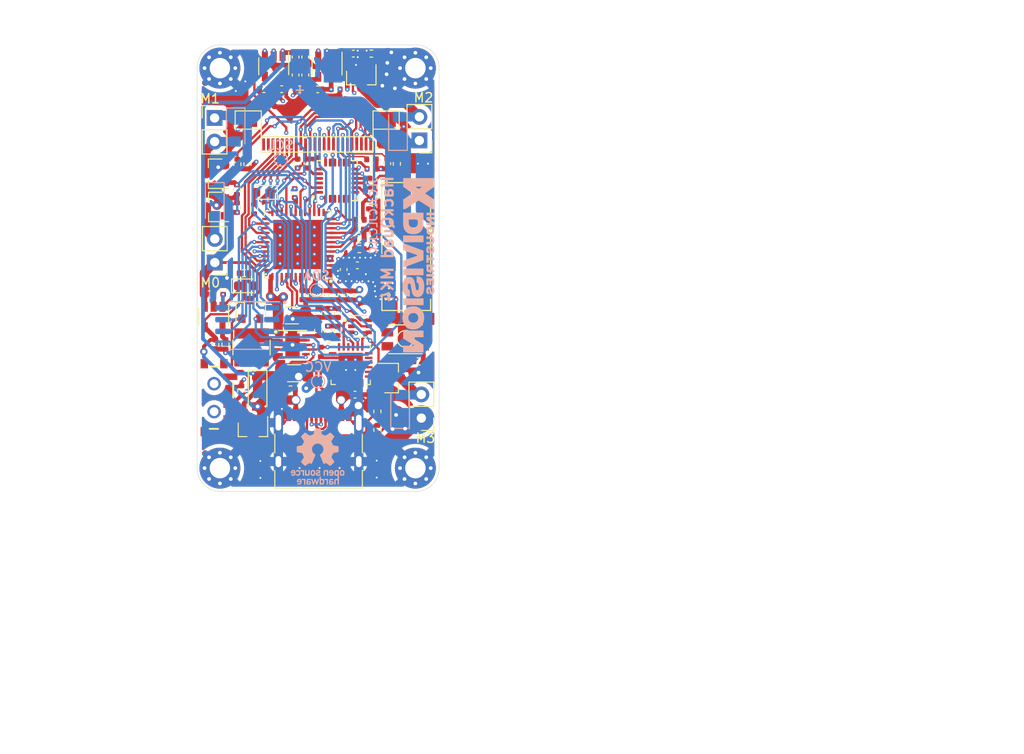
<source format=kicad_pcb>
(kicad_pcb (version 20211014) (generator pcbnew)
  (title_block (title "HackQuad") (date "2-10-2021") (rev "MK4") (company "Division Industries LLC") (comment 1 "Designed by Andrew Howard"))
  (layers (0 "F.Cu" signal) (1 "In1.Cu" power) (2 "In2.Cu" power) (31 "B.Cu" signal) (34 "B.Paste" user) (35 "F.Paste" user) (36 "B.SilkS" user "B.Silkscreen") (37 "F.SilkS" user "F.Silkscreen") (38 "B.Mask" user) (39 "F.Mask" user) (44 "Edge.Cuts" user))
  (net 0 "")
  (net 1 "GND")
  (net 2 "+5V")
  (net 3 "+3V3")
  (net 4 "/PSR_VCC")
  (net 5 "/EN")
  (net 6 "Net-(C7-Pad2)")
  (net 7 "Net-(C8-Pad1)")
  (net 8 "/VBAT")
  (net 9 "/VBUS")
  (net 10 "Net-(C14-Pad1)")
  (net 11 "Net-(C15-Pad2)")
  (net 12 "Net-(C17-Pad2)")
  (net 13 "Net-(C31-Pad1)")
  (net 14 "/CAM_2.8V")
  (net 15 "Net-(C38-Pad2)")
  (net 16 "/CAM_PCLK")
  (net 17 "Net-(D1-Pad1)")
  (net 18 "Net-(D1-Pad2)")
  (net 19 "/MN0")
  (net 20 "/MN1")
  (net 21 "Net-(D5-Pad2)")
  (net 22 "/MN2")
  (net 23 "/MN3")
  (net 24 "/D+")
  (net 25 "Net-(J1-PadB5)")
  (net 26 "Net-(J1-PadA8)")
  (net 27 "/D-")
  (net 28 "Net-(J1-PadA5)")
  (net 29 "Net-(J1-PadB8)")
  (net 30 "/SDA")
  (net 31 "/SCL")
  (net 32 "Net-(L2-Pad2)")
  (net 33 "Net-(L2-Pad1)")
  (net 34 "Net-(Q1-Pad2)")
  (net 35 "/REG_EN")
  (net 36 "/IO_M0")
  (net 37 "/IO_M1")
  (net 38 "/IO_M2")
  (net 39 "/IO_M3")
  (net 40 "/VDIV")
  (net 41 "Net-(R6-Pad1)")
  (net 42 "/CAM_SIOD")
  (net 43 "/CAM_SIOC")
  (net 44 "Net-(R23-Pad1)")
  (net 45 "Net-(S1-Pad1)")
  (net 46 "Net-(S1-Pad4)")
  (net 47 "Net-(S1-Pad5)")
  (net 48 "Net-(S1-Pad6)")
  (net 49 "Net-(S1-Pad7)")
  (net 50 "/IO0")
  (net 51 "/CAM_D4")
  (net 52 "/MPU_INT")
  (net 53 "/CAM_D5")
  (net 54 "/CAM_D6")
  (net 55 "/CAM_D7")
  (net 56 "/CAM_VSYNC")
  (net 57 "/CAM_D0")
  (net 58 "Net-(U1-Pad25)")
  (net 59 "/PSR_SIO1")
  (net 60 "/PSR_CE")
  (net 61 "/PSR_SIO3")
  (net 62 "/PSR_SCLK")
  (net 63 "/PSR_SIO2")
  (net 64 "/PSR_SIO0")
  (net 65 "/CAM_D1")
  (net 66 "/CAM_D2")
  (net 67 "/CAM_HREF")
  (net 68 "/CAM_D3")
  (net 69 "/RXD")
  (net 70 "/TXD")
  (net 71 "/CAM_XCLK")
  (net 72 "Net-(U1-Pad44)")
  (net 73 "Net-(U1-Pad45)")
  (net 74 "Net-(U1-Pad47)")
  (net 75 "Net-(U1-Pad48)")
  (net 76 "Net-(U2-Pad1)")
  (net 77 "Net-(U2-Pad5)")
  (net 78 "Net-(U2-Pad9)")
  (net 79 "Net-(U2-Pad10)")
  (net 80 "Net-(U2-Pad11)")
  (net 81 "Net-(U2-Pad12)")
  (net 82 "Net-(U2-Pad13)")
  (net 83 "Net-(U2-Pad14)")
  (net 84 "Net-(U2-Pad15)")
  (net 85 "Net-(U2-Pad16)")
  (net 86 "Net-(U2-Pad17)")
  (net 87 "Net-(U2-Pad18)")
  (net 88 "/RTS")
  (net 89 "Net-(U2-Pad22)")
  (net 90 "/DTR")
  (net 91 "Net-(U2-Pad24)")
  (net 92 "Net-(U6-Pad6)")
  (net 93 "Net-(U6-Pad7)")
  (net 94 "Net-(U9-Pad4)")
  (net 95 "Net-(U10-Pad1)")
  (net 96 "Net-(U10-Pad23)")
  (net 97 "Net-(U10-Pad24)")
  (net 98 "Net-(R16-Pad2)")
  (net 99 "/POWMOD_SEL")
  (net 100 "/CAM_1.2V")
  (footprint "MountingHole:MountingHole_2.2mm_M2_Pad_Via" (layer "F.Cu") (at 122.45 72.5)
    (fp_text reference "H1" hide)
    (fp_text value "MountingHole_Pad")
  )
  (footprint "MountingHole:MountingHole_2.2mm_M2_Pad_Via" (layer "F.Cu") (at 143.45 115.5)
    (fp_text reference "H4")
    (fp_text value "MountingHole_Pad")
  )
  (footprint "MountingHole:MountingHole_2.2mm_M2_Pad_Via" (layer "F.Cu") (at 122.45 115.5)
    (fp_text reference "H3")
    (fp_text value "MountingHole_Pad")
  )
  (footprint "libs:ANT_PRO-OB-440" (layer "F.Cu") (at 140.6 95.9 90)
    (fp_text reference "E1")
    (fp_text value "PRO-OB-440")
  )
  (footprint "Capacitor_SMD:C_0402_1005Metric" (layer "F.Cu") (at 136.97 107.6)
    (fp_text reference "C1")
    (fp_text value "100nf")
  )
  (footprint "Capacitor_SMD:C_0402_1005Metric" (layer "F.Cu") (at 133.02 98.81 -90)
    (fp_text reference "C2")
    (fp_text value "100nf")
  )
  (footprint "Capacitor_SMD:C_0402_1005Metric" (layer "F.Cu") (at 122.8 96.34 90)
    (fp_text reference "C3")
    (fp_text value "100nf")
  )
  (footprint "Capacitor_SMD:C_0402_1005Metric" (layer "F.Cu") (at 135.14 98.83 -90)
    (fp_text reference "C4")
    (fp_text value "10uf")
  )
  (footprint "Capacitor_SMD:C_0402_1005Metric" (layer "F.Cu") (at 134.09 98.82 -90)
    (fp_text reference "C5")
    (fp_text value "1uf")
  )
  (footprint "Capacitor_SMD:C_0402_1005Metric" (layer "F.Cu") (at 121.97 102.19 90)
    (fp_text reference "C9")
    (fp_text value "10uf")
  )
  (footprint "Capacitor_SMD:C_1206_3216Metric" (layer "F.Cu") (at 130.425 105.3 180)
    (fp_text reference "C13")
    (fp_text value "22uf")
  )
  (footprint "Capacitor_SMD:C_0402_1005Metric" (layer "F.Cu") (at 137.22 93.7 180)
    (fp_text reference "C8")
    (fp_text value "1.5pf")
  )
  (footprint "Capacitor_SMD:C_0402_1005Metric" (layer "F.Cu") (at 135.105 100.77 -90)
    (fp_text reference "C17")
    (fp_text value "90pf")
  )
  (footprint "Capacitor_SMD:C_0402_1005Metric" (layer "F.Cu") (at 131.3 96.9 90)
    (fp_text reference "C22")
    (fp_text value "10uf")
  )
  (footprint "Capacitor_SMD:C_0402_1005Metric" (layer "F.Cu") (at 135.75 94.155 90)
    (fp_text reference "C7")
    (fp_text value "0.75pf")
  )
  (footprint "Capacitor_SMD:C_0402_1005Metric" (layer "F.Cu") (at 134.5 96.92 90)
    (fp_text reference "C23")
    (fp_text value "10uf")
  )
  (footprint "Capacitor_SMD:C_0402_1005Metric" (layer "F.Cu") (at 133.3 96.9 90)
    (fp_text reference "C24")
    (fp_text value "100nf")
  )
  (footprint "Capacitor_SMD:C_0402_1005Metric" (layer "F.Cu") (at 135.5 96.93 90)
    (fp_text reference "C25")
    (fp_text value "100nf")
  )
  (footprint "Capacitor_SMD:C_0402_1005Metric" (layer "F.Cu") (at 130.48 85.94 -90)
    (fp_text reference "C26")
    (fp_text value "100nf")
  )
  (footprint "Capacitor_SMD:C_0402_1005Metric" (layer "F.Cu") (at 132.3 96.9 90)
    (fp_text reference "C27")
    (fp_text value "1uf")
  )
  (footprint "Capacitor_SMD:C_0402_1005Metric" (layer "F.Cu") (at 136.5 96.93 90)
    (fp_text reference "C28")
    (fp_text value "1uf")
  )
  (footprint "Capacitor_SMD:C_0402_1005Metric" (layer "F.Cu") (at 130.58 71.31 90)
    (fp_text reference "C30")
    (fp_text value "1uf")
  )
  (footprint "Capacitor_SMD:C_0402_1005Metric" (layer "F.Cu") (at 131.62 73.24 90)
    (fp_text reference "C31")
    (fp_text value "22nf")
  )
  (footprint "Inductor_SMD:L_0402_1005Metric" (layer "F.Cu") (at 138.7 94.165 90)
    (fp_text reference "L1")
    (fp_text value "7.5nH")
  )
  (footprint "Capacitor_SMD:C_0402_1005Metric" (layer "F.Cu") (at 134.88 74.78 180)
    (fp_text reference "C32")
    (fp_text value "1uf")
  )
  (footprint "Capacitor_SMD:C_0402_1005Metric" (layer "F.Cu") (at 132.96 74.78)
    (fp_text reference "C36")
    (fp_text value "100nf")
  )
  (footprint "Capacitor_SMD:C_0402_1005Metric" (layer "F.Cu") (at 140.43 82.76 90)
    (fp_text reference "C38")
    (fp_text value "100nf")
  )
  (footprint "Capacitor_SMD:C_0402_1005Metric" (layer "F.Cu") (at 131.02 74.77)
    (fp_text reference "C39")
    (fp_text value "100nf")
  )
  (footprint "Capacitor_SMD:C_0402_1005Metric" (layer "F.Cu") (at 130.8 82.76 90)
    (fp_text reference "C40")
    (fp_text value "15pf")
  )
  (footprint "LED_SMD:LED_0603_1608Metric" (layer "F.Cu") (at 125.19 95.9)
    (fp_text reference "D1")
    (fp_text value "LED-ORA")
  )
  (footprint "MountingHole:MountingHole_2.2mm_M2_Pad_Via" (layer "F.Cu") (at 143.45 72.5)
    (fp_text reference "H2")
    (fp_text value "MountingHole_Pad")
  )
  (footprint "libs:pushbutton_TS-1185EC-C-D-B" (layer "F.Cu") (at 142.39 101.6 180)
    (fp_text reference "SW1")
    (fp_text value "PRGM_SEL")
  )
  (footprint "libs:L_4x4x3mm" (layer "F.Cu") (at 125.85 102.525)
    (fp_text reference "L2")
    (fp_text value "2.2/3.3uH")
  )
  (footprint "Connector_USB:USB_C_Receptacle_HRO_TYPE-C-31-M-12" (layer "F.Cu") (at 133.05 113.745)
    (fp_text reference "J1")
    (fp_text value "USB_C_Receptacle_USB2.0")
  )
  (footprint "Package_TO_SOT_SMD:SOT-23" (layer "F.Cu") (at 125.76 98.44 90)
    (fp_text reference "Q1")
    (fp_text value "AO3400A")
  )
  (footprint "Package_TO_SOT_SMD:SOT-23" (layer "F.Cu") (at 121.99 87.42 180)
    (fp_text reference "Q3")
    (fp_text value "AO3400A")
  )
  (footprint "Package_TO_SOT_SMD:SOT-23" (layer "F.Cu") (at 121.97 83.85 180)
    (fp_text reference "Q4")
    (fp_text value "AO3400A")
  )
  (footprint "Package_TO_SOT_SMD:SOT-23" (layer "F.Cu") (at 137.64 73.54 -90)
    (fp_text reference "Q5")
    (fp_text value "AO3400A")
  )
  (footprint "Package_TO_SOT_SMD:SOT-23" (layer "F.Cu") (at 140.87 105.82)
    (fp_text reference "Q6")
    (fp_text value "AO3400A")
  )
  (footprint "Resistor_SMD:R_0402_1005Metric" (layer "F.Cu") (at 123.05 102.2 -90)
    (fp_text reference "R6")
    (fp_text value "2k")
  )
  (footprint "Resistor_SMD:R_0402_1005Metric" (layer "F.Cu") (at 125.04 94.55 180)
    (fp_text reference "R7")
    (fp_text value "2k")
  )
  (footprint "Resistor_SMD:R_0402_1005Metric" (layer "F.Cu") (at 133.3 103.01 -90)
    (fp_text reference "R10")
    (fp_text value "100k")
  )
  (footprint "Resistor_SMD:R_0402_1005Metric" (layer "F.Cu") (at 134.055 100.74 -90)
    (fp_text reference "R12")
    (fp_text value "487k")
  )
  (footprint "Resistor_SMD:R_0402_1005Metric" (layer "F.Cu") (at 124.33 82.82 90)
    (fp_text reference "R15")
    (fp_text value "5.1k")
  )
  (footprint "Resistor_SMD:R_0402_1005Metric" (layer "F.Cu") (at 138.72 70.94)
    (fp_text reference "R19")
    (fp_text value "1k")
  )
  (footprint "Resistor_SMD:R_0402_1005Metric" (layer "F.Cu") (at 143.8 104.02 180)
    (fp_text reference "R20")
    (fp_text value "1k")
  )
  (footprint "Resistor_SMD:R_0402_1005Metric" (layer "F.Cu") (at 141.46 82.79 -90)
    (fp_text reference "R22")
    (fp_text value "5.1k")
  )
  (footprint "Resistor_SMD:R_0402_1005Metric" (layer "F.Cu") (at 138.73 82.31)
    (fp_text reference "R23")
    (fp_text value "5.1k")
  )
  (footprint "Package_DFN_QFN:QFN-48-1EP_7x7mm_P0.5mm_EP5.3x5.3mm" (layer "F.Cu") (at 130.84 91.46 180)
    (fp_text reference "U1")
    (fp_text value "ESP32-PICO-D4")
  )
  (footprint "Package_DFN_QFN:QFN-24-1EP_4x4mm_P0.5mm_EP2.6x2.6mm" (layer "F.Cu") (at 136.5 104.4)
    (fp_text reference "U2")
    (fp_text value "CP2104")
  )
  (footprint "Package_TO_SOT_SMD:SOT-363_SC-70-6" (layer "F.Cu") (at 137.5 100.25)
    (fp_text reference "U3")
    (fp_text value "MUN5214DW1T1G")
  )
  (footprint "Package_TO_SOT_SMD:SOT-23-5" (layer "F.Cu") (at 121.78 99.26 -90)
    (fp_text reference "U5")
    (fp_text value "MCP73831-2-OT")
  )
  (footprint "libs:WDFN-10L_3x3" (layer "F.Cu") (at 130.25 102.25)
    (fp_text reference "U7")
    (fp_text value "RT6150AGQW")
  )
  (footprint "Package_TO_SOT_SMD:SOT-23-5" (layer "F.Cu") (at 133.96 72.33 -90)
    (fp_text reference "U8")
    (fp_text value "RT9193-28GB")
  )
  (footprint "Resistor_SMD:R_0402_1005Metric" (layer "F.Cu") (at 137.436 91.95 180)
    (fp_text reference "R3")
    (fp_text value "470k")
  )
  (footprint "Resistor_SMD:R_0402_1005Metric" (layer "F.Cu") (at 137.438 90.906)
    (fp_text reference "R4")
    (fp_text value "150k")
  )
  (footprint "Resistor_SMD:R_0402_1005Metric" (layer "F.Cu") (at 137.44 88.8)
    (fp_text reference "R5")
    (fp_text value "10k")
  )
  (footprint "Capacitor_SMD:C_0402_1005Metric" (layer "F.Cu") (at 137.4 89.85)
    (fp_text reference "C6")
    (fp_text value "100nf")
  )
  (footprint "Package_TO_SOT_SMD:SOT-23" (layer "F.Cu") (at 126 111.35 -90)
    (fp_text reference "Q2")
    (fp_text value "AO3401A")
  )
  (footprint "Resistor_SMD:R_0402_1005Metric" (layer "F.Cu") (at 133.005 100.74 90)
    (fp_text reference "R13")
    (fp_text value "86.6k")
  )
  (footprint "Capacitor_SMD:C_1206_3216Metric" (layer "F.Cu") (at 130.185 99.08 180)
    (fp_text reference "C16")
    (fp_text value "22uf")
  )
  (footprint "libs:CUS-12B" (layer "F.Cu") (at 121.825 107.925 -90)
    (fp_text reference "S1")
    (fp_text value "CUS-12TB" hide)
  )
  (footprint "Capacitor_SMD:C_0402_1005Metric" (layer "F.Cu") (at 127.18 74.76)
    (fp_text reference "C35")
    (fp_text value "10uf")
  )
  (footprint "Capacitor_SMD:C_0402_1005Metric" (layer "F.Cu") (at 130.58 73.24 -90)
    (fp_text reference "C33")
    (fp_text value "1uf")
  )
  (footprint "Connector_PinHeader_2.54mm:PinHeader_1x02_P2.54mm_Vertical" (layer "F.Cu") (at 144.09 110.12 180)
    (fp_text reference "M3")
    (fp_text value "Motor_DC")
  )
  (footprint "Package_TO_SOT_SMD:SOT-23-5" (layer "F.Cu") (at 128.23 72.3 -90)
    (fp_text reference "U9")
    (fp_text value "XC6221B132MR-G")
  )
  (footprint "Diode_SMD:D_SOD-123" (layer "F.Cu") (at 126.5 107.22 -90)
    (fp_text reference "D2")
    (fp_text value "D_Schottky")
  )
  (footprint "Resistor_SMD:R_0402_1005Metric" (layer "F.Cu") (at 130.04 107.05)
    (fp_text reference "R9")
    (fp_text value "100k")
  )
  (footprint "Capacitor_SMD:C_0402_1005Metric" (layer "F.Cu") (at 129.09 74.76 180)
    (fp_text reference "C37")
    (fp_text value "100nf")
  )
  (footprint "Capacitor_SMD:C_0402_1005Metric" (layer "F.Cu") (at 121.29 96.81 180)
    (fp_text reference "C10")
    (fp_text value "10uf")
  )
  (footprint "Connector_PinHeader_2.54mm:PinHeader_1x02_P2.54mm_Vertical" (layer "F.Cu") (at 121.88 77.86)
    (fp_text reference "M1")
    (fp_text value "Motor_DC")
  )
  (footprint "Capacitor_SMD:C_0402_1005Metric" (layer "F.Cu") (at 138.74 83.33 180)
    (fp_text reference "C12")
    (fp_text value "100nf")
  )
  (footprint "Sensor_Motion:InvenSense_QFN-24_4x4mm_P0.5mm" (layer "F.Cu") (at 135.05 84.6 90)
    (fp_text reference "U6")
    (fp_text value "MPU-6050")
  )
  (footprint "Capacitor_SMD:C_0402_1005Metric" (layer "F.Cu") (at 138.46 87.14 90)
    (fp_text reference "C11")
    (fp_text value "10nf")
  )
  (footprint "Capacitor_SMD:C_0402_1005Metric" (layer "F.Cu") (at 131.86 82.75 -90)
    (fp_text reference "C15")
    (fp_text value "2.2nf")
  )
  (footprint "Capacitor_SMD:C_0402_1005Metric" (layer "F.Cu") (at 138.52 84.81 -90)
    (fp_text reference "C14")
    (fp_text value "100nf")
  )
  (footprint "Connector_PinHeader_2.54mm:PinHeader_1x02_P2.54mm_Vertical" (layer "F.Cu") (at 143.88 80.28 180)
    (fp_text reference "M2")
    (fp_text value "Motor_DC")
  )
  (footprint "Capacitor_SMD:C_0402_1005Metric" (layer "F.Cu") (at 131.62 71.3 -90)
    (fp_text reference "C34")
    (fp_text value "10uf")
  )
  (footprint "Capacitor_SMD:C_0402_1005Metric" (layer "F.Cu") (at 136.78 70.94 180)
    (fp_text reference "C29")
    (fp_text value "1uf")
  )
  (footprint "Resistor_SMD:R_0402_1005Metric" (layer "F.Cu") (at 126.12 87.65 -90)
    (fp_text reference "R16")
    (fp_text value "2k")
  )
  (footprint "Resistor_SMD:R_0402_1005Metric" (layer "F.Cu") (at 125.41 82.82 90)
    (fp_text reference "R14")
    (fp_text value "5.1k")
  )
  (footprint "Resistor_SMD:R_0402_1005Metric" (layer "F.Cu") (at 124.75 107.17 90)
    (fp_text reference "R11")
    (fp_text value "100k")
  )
  (footprint "Connector_PinHeader_2.54mm:PinHeader_1x02_P2.54mm_Vertical" (layer "F.Cu") (at 121.9 93.4 180)
    (fp_text reference "M0")
    (fp_text value "Motor_DC")
  )
  (footprint "Resistor_SMD:R_0402_1005Metric" (layer "F.Cu") (at 124.28 85.56 90)
    (fp_text reference "R18")
    (fp_text value "1k")
  )
  (footprint "Resistor_SMD:R_0402_1005Metric" (layer "F.Cu") (at 124.28 87.5 -90)
    (fp_text reference "R17")
    (fp_text value "1k")
  )
  (footprint "Resistor_SMD:R_0402_1005Metric" (layer "F.Cu") (at 139.37 109.405 -90)
    (fp_text reference "R2")
    (fp_text value "5.1k")
  )
  (footprint "Resistor_SMD:R_0402_1005Metric" (layer "F.Cu") (at 139.37 111.41 90)
    (fp_text reference "R1")
    (fp_text value "5.1k")
  )
  (footprint "LED_SMD:LED_0603_1608Metric" (layer "F.Cu") (at 127.1325 85.86 180)
    (fp_text reference "D5")
    (fp_text value "BLUE")
  )
  (footprint "libs:FPC_24_AFC01-S24FCC-00" (layer "F.Cu") (at 132.9 80.7 180)
    (fp_text reference "U10")
    (fp_text value "OV2640_FPC")
  )
  (footprint "Diode_SMD:D_SOD-123F" (layer "B.Cu") (at 121.9 87 -90)
    (fp_text reference "D3")
    (fp_text value "D")
  )
  (footprint "Diode_SMD:D_SOD-123F" (layer "B.Cu") (at 124.14 78.99 -90)
    (fp_text reference "D4")
    (fp_text value "D")
  )
  (footprint "Diode_SMD:D_SOD-123F" (layer "B.Cu") (at 141.58 79.14 90)
    (fp_text reference "D6")
    (fp_text value "D")
  )
  (footprint "libs:battery_pads" (layer "B.Cu") (at 132.828 72.25)
    (fp_text reference "J2")
    (fp_text value "battery")
  )
  (footprint "Package_SO:SOP-8_3.9x4.9mm_P1.27mm" (layer "B.Cu") (at 125.395 100.165 180)
    (fp_text reference "U4")
    (fp_text value "LY68L6400")
  )
  (footprint "Diode_SMD:D_SOD-123F" (layer "B.Cu") (at 141.81 109.03 90)
    (fp_text reference "D7")
    (fp_text value "D")
  )
  (footprint "Symbol:OSHW-Logo_5.7x6mm_SilkScreen" (layer "B.Cu") (at 132.96 114.25 180)
    (fp_text reference "REF**" hide)
    (fp_text value "OSHW-Logo_5.7x6mm_SilkScreen" hide)
  )
  (footprint "libs:divisionind_logo_full" (layer "B.Cu") (at 143.84 93.64 -90)
    (fp_text reference "G***" hide)
    (fp_text value "LOGO" hide)
  )
  (footprint "TestPoint:TestPoint_Pad_D1.0mm" (layer "B.Cu") (at 133 106.18)
    (fp_text reference "TP1")
    (fp_text value "VCC")
  )
  (footprint "TestPoint:TestPoint_Pad_D1.0mm" (layer "B.Cu") (at 132.85 96.38)
    (fp_text reference "TP3")
    (fp_text value "SDA")
  )
  (footprint "TestPoint:TestPoint_Pad_D1.0mm" (layer "B.Cu") (at 129 82.33)
    (fp_text reference "TP4")
    (fp_text value "SCL")
  )
  (gr_circle (center 129.41 97.69) (end 129.51 97.69) (layer "B.SilkS") (width 0.2) (fill none))
  (gr_circle (center 134.37 95.41) (end 134.47 95.41) (layer "F.SilkS") (width 0.2) (fill none))
  (gr_circle (center 132.46 86.33) (end 132.56 86.33) (layer "F.SilkS") (width 0.2) (fill none))
  (gr_circle (center 134.23 101.96) (end 134.33 101.96) (layer "F.SilkS") (width 0.2) (fill none))
  (gr_circle (center 135.9 99.6) (end 136 99.6) (layer "F.SilkS") (width 0.2) (fill none))
  (gr_line (start 143.5 70) (end 122.5 70) (layer "Edge.Cuts") (width 0.05))
  (gr_arc (start 146 115.5) (mid 145.267767 117.267767) (end 143.5 118) (layer "Edge.Cuts") (width 0.05))
  (gr_arc (start 143.5 70) (mid 145.267767 70.732233) (end 146 72.5) (layer "Edge.Cuts") (width 0.05))
  (gr_line (start 146 115.5) (end 146 72.5) (layer "Edge.Cuts") (width 0.05))
  (gr_arc (start 122.5 118) (mid 120.732233 117.267767) (end 120 115.5) (layer "Edge.Cuts") (width 0.05))
  (gr_line (start 120 72.5) (end 120 115.5) (layer "Edge.Cuts") (width 0.05))
  (gr_line (start 122.5 118) (end 143.5 118) (layer "Edge.Cuts") (width 0.05))
  (gr_arc (start 120 72.5) (mid 120.732233 70.732233) (end 122.5 70) (layer "Edge.Cuts") (width 0.05))
  (gr_text "HackQuad MK4" (at 140.46 90.87 90) (layer "B.SilkS") (effects (font (size 1.2 1.2) (thickness 0.25)) (justify mirror)))
  (gr_text "JLCJLCJLCJLC" (at 138.95 88.38 90) (layer "B.SilkS") (effects (font (size 0.8 0.8)) (justify mirror)))
  (segment (start 130.27 99.46) (end 130.25 99.48) (width 1) (layer "F.Cu") (net 1))
  (segment (start 131.5 74.77) (end 131.5 74.77) (width 0.4) (layer "F.Cu") (net 1))
  (segment (start 138.2 70.94) (end 138.21 70.94) (width 0.5) (layer "F.Cu") (net 1))
  (segment (start 137.26 71.32) (end 137.26 70.62) (width 0.5) (layer "F.Cu") (net 1))
  (segment (start 137.075 72.155) (end 137.26 71.97) (width 0.5) (layer "F.Cu") (net 1))
  (segment (start 135.36 74.78) (end 135.36 74.78) (width 0.4) (layer "F.Cu") (net 1))
  (segment (start 139.74 83.33) (end 140.34 83.33) (width 0.5) (layer "F.Cu") (net 1))
  (segment (start 130.8 83.24) (end 130.89 83.24) (width 0.3) (layer "F.Cu") (net 1))
  (segment (start 138.325 85.095) (end 138.08 84.85) (width 0.3) (layer "F.Cu") (net 1))
  (segment (start 133.95 71.22) (end 133.96 71.23) (width 0.5) (layer "F.Cu") (net 1))
  (segment (start 130.018799 76.161403) (end 130.018799 75.995001) (width 0.5) (layer "F.Cu") (net 1))
  (segment (start 122.13001 87.19999) (end 122.13001 87.250392) (width 1) (layer "F.Cu") (net 1))
  (segment (start 133.8 82.65) (end 133.8 81.9) (width 0.25) (layer "F.Cu") (net 1))
  (segment (start 130.25 100.49) (end 131.66 99.08) (width 1) (layer "F.Cu") (net 1))
  (segment (start 129.8 109.7) (end 129.645 109.7) (width 0.5) (layer "F.Cu") (net 1))
  (segment (start 137.26 70.94) (end 137.38 70.94) (width 0.5) (layer "F.Cu") (net 1))
  (segment (start 140.34 83.33) (end 140.43 83.24) (width 0.5) (layer "F.Cu") (net 1))
  (segment (start 141.350009 104.929991) (end 139.87 106.41) (width 0.5) (layer "F.Cu") (net 1))
  (segment (start 131.695 101.75) (end 130.75 101.75) (width 0.3) (layer "F.Cu") (net 1))
  (segment (start 130.58 71.79) (end 130.58 72.76) (width 0.5) (layer "F.Cu") (net 1))
  (segment (start 127.92 85.86) (end 127.74 85.86) (width 0.5) (layer "F.Cu") (net 1))
  (segment (start 128.23 71.2) (end 128.23 70.64) (width 0.5) (layer "F.Cu") (net 1))
  (segment (start 129.8 109.7) (end 129.68 109.7) (width 0.5) (layer "F.Cu") (net 1))
  (segment (start 139.22 82.33) (end 139.24 82.31) (width 0.5) (layer "F.Cu") (net 1))
  (segment (start 144.29 104) (end 144.31 104.02) (width 0.5) (layer "F.Cu") (net 1))
  (segment (start 124.75 106.26) (end 125.05 105.96) (width 0.4) (layer "F.Cu") (net 1))
  (segment (start 131.51 74.78) (end 131.5 74.77) (width 0.5) (layer "F.Cu") (net 1))
  (segment (start 130.018799 75.995001) (end 130.584999 75.995001) (width 0.4) (layer "F.Cu") (net 1))
  (segment (start 130.79 83.36) (end 130.88 83.36) (width 0.3) (layer "F.Cu") (net 1))
  (segment (start 128.285001 76.655001) (end 129.525201 76.655001) (width 0.5) (layer "F.Cu") (net 1))
  (segment (start 123.88 86.47) (end 124.28 86.07) (width 0.5) (layer "F.Cu") (net 1))
  (segment (start 137.45 108.65) (end 137.45 107.6) (width 0.5) (layer "F.Cu") (net 1))
  (segment (start 126.7 75.07) (end 128.285001 76.655001) (width 0.5) (layer "F.Cu") (net 1))
  (segment (start 137 83.85) (end 137.705 83.85) (width 0.25) (layer "F.Cu") (net 1))
  (segment (start 131.87 99.29) (end 131.66 99.08) (width 0.5) (layer "F.Cu") (net 1))
  (segment (start 129.645 109.7) (end 128.73 110.615) (width 0.5) (layer "F.Cu") (net 1))
  (segment (start 137.88 89.85) (end 138.74 89.85) (width 0.5) (layer "F.Cu") (net 1))
  (segment (start 136.4 109.7) (end 137.325 108.775) (width 0.5) (layer "F.Cu") (net 1))
  (segment (start 133.37 86.44) (end 133.69 86.44) (width 0.3) (layer "F.Cu") (net 1))
  (segment (start 131.66 99.08) (end 130.65 99.08) (width 1) (layer "F.Cu") (net 1))
  (segment (start 130.189999 72.180001) (end 130.58 71.79) (width 0.5) (layer "F.Cu") (net 1))
  (segment (start 122.99 86.47) (end 122.86 86.47) (width 0.5) (layer "F.Cu") (net 1))
  (segment (start 135.75 94.635) (end 136.305 94.635) (width 0.5) (layer "F.Cu") (net 1))
  (segment (start 139.37 111.92) (end 140.01501 111.27499) (width 0.25) (layer "F.Cu") (net 1))
  (segment (start 122.99 86.47) (end 123.88 86.47) (width 0.5) (layer "F.Cu") (net 1))
  (segment (start 135.01999 75.43001) (end 135.36 75.09) (width 0.4) (layer "F.Cu") (net 1))
  (segment (start 131.5 75.08) (end 131.5 74.77) (width 0.4) (layer "F.Cu") (net 1))
  (segment (start 131.65 82.06) (end 131.86 82.27) (width 0.3) (layer "F.Cu") (net 1))
  (segment (start 138.08 84.85) (end 137 84.85) (width 0.3) (layer "F.Cu") (net 1))
  (segment (start 130.58 71.79) (end 130.65 71.79) (width 0.3) (layer "F.Cu") (net 1))
  (segment (start 130.606636 105.653364) (end 130.913364 105.653364) (width 0.5) (layer "F.Cu") (net 1))
  (segment (start 122.8 95.86) (end 122.8 95.46) (width 0.5) (layer "F.Cu") (net 1))
  (segment (start 122.41 95.86) (end 122.8 95.86) (width 0.5) (layer "F.Cu") (net 1))
  (segment (start 144.31 104.02) (end 144.31 104.34) (width 0.5) (layer "F.Cu") (net 1))
  (segment (start 130.584999 75.995001) (end 131.5 75.08) (width 0.4) (layer "F.Cu") (net 1))
  (segment (start 138.74 89.85) (end 138.74 87.9) (width 0.5) (layer "F.Cu") (net 1))
  (segment (start 122.52 82.9) (end 122.27 83.15) (width 1) (layer "F.Cu") (net 1))
  (segment (start 129.53 106.73) (end 130.606636 105.653364) (width 0.5) (layer "F.Cu") (net 1))
  (segment (start 136.305 94.635) (end 136.31 94.64) (width 0.5) (layer "F.Cu") (net 1))
  (segment (start 130.75 101.75) (end 130.25 102.25) (width 0.3) (layer "F.Cu") (net 1))
  (segment (start 138.15 80.7) (end 138.15 79.974555) (width 0.25) (layer "F.Cu") (net 1))
  (segment (start 124.28 86.07) (end 124.28 86.99) (width 0.5) (layer "F.Cu") (net 1))
  (segment (start 131.65 80.7) (end 131.65 82.06) (width 0.3) (layer "F.Cu") (net 1))
  (segment (start 126.7 74.76) (end 126.7 75.07) (width 0.5) (layer "F.Cu") (net 1))
  (segment (start 122.86 86.47) (end 122.13001 87.19999) (width 1) (layer "F.Cu") (net 1))
  (segment (start 130.65 71.79) (end 131.62 70.82) (width 0.3) (layer "F.Cu") (net 1))
  (segment (start 138.745 108.895) (end 137.45 107.6) (width 0.25) (layer "F.Cu") (net 1))
  (segment (start 128.23 71.2) (end 128.23 71.915002) (width 0.5) (layer "F.Cu") (net 1))
  (segment (start 144.31 104.34) (end 143.720009 104.929991) (width 0.5) (layer "F.Cu") (net 1))
  (segment (start 128.23 71.915002) (end 128.494999 72.180001) (width 0.5) (layer "F.Cu") (net 1))
  (segment (start 123.05 102.71) (end 123.05 103.1) (width 0.5) (layer "F.Cu") (net 1))
  (segment (start 139.87 106.41) (end 139.87 106.77) (width 0.5) (layer "F.Cu") (net 1))
  (segment (start 140.35 78.02) (end 141.44 78.02) (width 0.5) (layer "F.Cu") (net 1))
  (segment (start 131.9 105.3) (end 131.266728 105.3) (width 1) (layer "F.Cu") (net 1))
  (segment (start 134.5625 103.65) (end 135.75 103.65) (width 0.3) (layer "F.Cu") (net 1))
  (segment (start 123.05 102.71) (end 122.01 102.71) (width 0.5) (layer "F.Cu") (net 1))
  (segment (start 128.805 102.25) (end 130.25 102.25) (width 0.3) (layer "F.Cu") (net 1))
  (segment (start 136.5 97.41) (end 137.39 97.41) (width 0.5) (layer "F.Cu") (net 1))
  (segment (start 138.15 79.974555) (end 140.104555 78.02) (width 0.25) (layer "F.Cu") (net 1))
  (segment (start 122.8 95.46) (end 123.21 95.05) (width 0.5) (layer "F.Cu") (net 1))
  (segment (start 133.02 99.29) (end 135.12 99.29) (width 0.5) (layer "F.Cu") (net 1))
  (segment (start 143.79 105.22) (end 144.31 104.7) (width 1) (layer "F.Cu") (net 1))
  (segment (start 128.494999 72.180001) (end 130.189999 72.180001) (width 0.5) (layer "F.Cu") (net 1))
  (segment (start 138.74 87.9) (end 138.46 87.62) (width 0.5) (layer "F.Cu") (net 1))
  (segment (start 139.37 108.895) (end 138.745 108.895) (width 0.25) (layer "F.Cu") (net 1))
  (segment (start 133.95 70.64) (end 133.95 71.22) (width 0.5) (layer "F.Cu") (net 1))
  (segment (start 137.325 108.775) (end 137.45 108.65) (width 0.5) (layer "F.Cu") (net 1))
  (segment (start 129.68 109.7) (end 129.11 109.13) (width 0.5) (layer "F.Cu") (net 1))
  (segment (start 136.3 109.7) (end 136.4 109.7) (width 0.5) (layer "F.Cu") (net 1))
  (segment (start 137.948 90.906) (end 137.948 89.918) (width 0.5) (layer "F.Cu") (net 1))
  (segment (start 140.01501 111.27499) (end 140.01501 109.54001) (width 0.25) (layer "F.Cu") (net 1))
  (segment (start 133.3 103.52) (end 133.43 103.65) (width 0.3) (layer "F.Cu") (net 1))
  (segment (start 132.48 74.78) (end 132.48 75.09) (width 0.4) (layer "F.Cu") (net 1))
  (segment (start 129.53 107.05) (end 129.53 106.73) (width 0.5) (layer "F.Cu") (net 1))
  (segment (start 143.720009 104.929991) (end 141.350009 104.929991) (width 0.5) (layer "F.Cu") (net 1))
  (segment (start 129.57 75.546202) (end 130.018799 75.995001) (width 0.4) (layer "F.Cu") (net 1))
  (segment (start 121.77 96.81) (end 121.77 96.5) (width 0.5) (layer "F.Cu") (net 1))
  (segment (start 130.25 102.25) (end 130.25 100.49) (width 1) (layer "F.Cu") (net 1))
  (segment (start 131.266728 105.3) (end 130.913364 105.653364) (width 1) (layer "F.Cu") (net 1))
  (segment (start 136.69 72.54) (end 137.38 71.85) (width 1) (layer "F.Cu") (net 1))
  (segment (start 138.21 70.94) (end 138.21 70.62) (width 0.5) (layer "F.Cu") (net 1))
  (segment (start 143.79 105.22) (end 143.18 105.22) (width 1) (layer "F.Cu") (net 1))
  (segment (start 123.05 103.1) (end 123.06 103.11) (width 0.5) (layer "F.Cu") (net 1))
  (segment (start 121.77 96.81) (end 121.77 98.15) (width 0.5) (layer "F.Cu") (net 1))
  (segment (start 136.47 97.38) (end 136.5 97.41) (width 0.5) (layer "F.Cu") (net 1))
  (segment (start 136.69 72.54) (end 137.075 72.155) (width 0.5) (layer "F.Cu") (net 1))
  (segment (start 133.02 99.29) (end 131.87 99.29) (width 0.5) (layer "F.Cu") (net 1))
  (segment (start 122.97 82.9) (end 122.52 82.9) (width 1) (layer "F.Cu") (net 1))
  (segment (start 138.7 94.65) (end 138.13 94.65) (width 0.5) (layer "F.Cu") (net 1))
  (segment (start 132.48 75.09) (end 132.82001 75.43001) (width 0.4) (layer "F.Cu") (net 1))
  (segment (start 125.44 78.02) (end 124.38 79.08) (width 0.5) (layer "F.Cu") (net 1))
  (segment (start 137.38 71.85) (end 137.38 70.94) (width 1) (layer "F.Cu") (net 1))
  (segment (start 138.52 85.29) (end 138.325 85.095) (width 0.3) (layer "F.Cu") (net 1))
  (segment (start 144.31 104.7) (end 144.31 104.34) (width 1) (layer "F.Cu") (net 1))
  (segment (start 122.86 86.47) (end 122.079608 87.250392) (width 0.5) (layer "F.Cu") (net 1))
  (segment (start 139.22 83.33) (end 139.22 82.33) (width 0.5) (layer "F.Cu") (net 1))
  (segment (start 130.89 83.24) (end 131.86 82.27) (width 0.3) (layer "F.Cu") (net 1))
  (segment (start 137.39 97.41) (end 137.45 97.35) (width 0.5) (layer "F.Cu") (net 1))
  (segment (start 135.75 103.65) (end 136.5 104.4) (width 0.3) (layer "F.Cu") (net 1))
  (segment (start 130.8 83.24) (end 130.8 83.24) (width 0.3) (layer "F.Cu") (net 1))
  (segment (start 137.38 70.94) (end 138.2 70.94) (width 0.5) (layer "F.Cu") (net 1))
  (segment (start 131.3 97.38) (end 136.47 97.38) (width 0.5) (layer "F.Cu") (net 1))
  (segment (start 140.104555 78.02) (end 140.35 78.02) (width 0.25) (layer "F.Cu") (net 1))
  (segment (start 133.69 86.44) (end 133.8 86.55) (width 0.3) (layer "F.Cu") (net 1))
  (segment (start 129.57 74.76) (end 129.57 75.546202) (width 0.4) (layer "F.Cu") (net 1))
  (segment (start 139.22 83.33) (end 139.74 83.33) (width 0.5) (layer "F.Cu") (net 1))
  (segment (start 132.48 74.78) (end 131.51 74.78) (width 0.5) (layer "F.Cu") (net 1))
  (segment (start 137.948 89.918) (end 137.88 89.85) (width 0.5) (layer "F.Cu") (net 1))
  (segment (start 132.82001 75.43001) (end 135.01999 75.43001) (width 0.4) (layer "F.Cu") (net 1))
  (segment (start 122.01 102.71) (end 121.97 102.67) (width 0.5) (layer "F.Cu") (net 1))
  (segment (start 121.77 96.5) (end 122.41 95.86) (width 0.5) (layer "F.Cu") (net 1))
  (segment (start 130.65 99.08) (end 130.27 99.46) (width 1) (layer "F.Cu") (net 1))
  (segment (start 124.75 106.66) (end 124.75 106.26) (width 0.4) (layer "F.Cu") (net 1))
  (segment (start 121.77 98.15) (end 121.78 98.16) (width 0.5) (layer "F.Cu") (net 1))
  (segment (start 141.44 78.02) (end 142.2 78.78) (width 0.5) (layer "F.Cu") (net 1))
  (segment (start 125.45 78.02) (end 125.44 78.02) (width 0.5) (layer "F.Cu") (net 1))
  (segment (start 140.01501 109.54001) (end 139.37 108.895) (width 0.25) (layer "F.Cu") (net 1))
  (segment (start 135.12 99.29) (end 135.14 99.31) (width 0.5) (layer "F.Cu") (net 1))
  (segment (start 130.58 72.76) (end 131.62 72.76) (width 0.5) (layer "F.Cu") (net 1))
  (segment (start 135.36 75.09) (end 135.36 74.78) (width 0.4) (layer "F.Cu") (net 1))
  (segment (start 144.29 102.4) (end 144.29 104) (width 0.5) (layer "F.Cu") (net 1))
  (segment (start 127.74 85.86) (end 126.91 86.69) (width 0.5) (layer "F.Cu") (net 1))
  (segment (start 133.43 103.65) (end 134.5625 103.65) (width 0.3) (layer "F.Cu") (net 1))
  (segment (start 129.525201 76.655001) (end 130.018799 76.161403) (width 0.5) (layer "F.Cu") (net 1))
  (segment (start 137.705 83.85) (end 137.72 83.835) (width 0.25) (layer "F.Cu") (net 1))
  (segment (start 137.26 71.97) (end 137.26 71.32) (width 0.5) (layer "F.Cu") (net 1))
  (via (at 135.98 95.4) (size 0.45) (drill 0.2) (layers "F.Cu" "B.Cu") (net 1))
  (via (at 136.59 95.4) (size 0.45) (drill 0.2) (layers "F.Cu" "B.Cu") (net 1))
  (via (at 137.15 95.41) (size 0.45) (drill 0.2) (layers "F.Cu" "B.Cu") (net 1))
  (via (at 137.75 95.41) (size 0.45) (drill 0.2) (layers "F.Cu" "B.Cu") (net 1))
  (via (at 138.41 95.41) (size 0.45) (drill 0.2) (layers "F.Cu" "B.Cu") (net 1))
  (via (at 135.13 94.3) (size 0.45) (drill 0.2) (layers "F.Cu" "B.Cu") (net 1))
  (via (at 135.12 94.86) (size 0.45) (drill 0.2) (layers "F.Cu" "B.Cu") (net 1))
  (via (at 138.91 95.5) (size 0.45) (drill 0.2) (layers "F.Cu" "B.Cu") (net 1))
  (via (at 139.13 95.95) (size 0.45) (drill 0.2) (layers "F.Cu" "B.Cu") (net 1))
  (via (at 135.175 93.025) (size 0.45) (drill 0.2) (layers "F.Cu" "B.Cu") (net 1))
  (via (at 135.725 92.9) (size 0.45) (drill 0.2) (layers "F.Cu" "B.Cu") (net 1))
  (via (at 136.9 92.875) (size 0.45) (drill 0.2) (layers "F.Cu" "B.Cu") (net 1))
  (via (at 137.5 92.875) (size 0.45) (drill 0.2) (layers "F.Cu" "B.Cu") (net 1))
  (via (at 138.075 92.875) (size 0.45) (drill 0.2) (layers "F.Cu" "B.Cu") (net 1))
  (via (at 138.65 92.875) (size 0.45) (drill 0.2) (layers "F.Cu" "B.Cu") (net 1))
  (via (at 139.14 92.62) (size 0.45) (drill 0.2) (layers "F.Cu" "B.Cu") (net 1))
  (via (at 136.325 92.875) (size 0.45) (drill 0.2) (layers "F.Cu" "B.Cu") (net 1))
  (via (at 130.8 91.5) (size 0.45) (drill 0.2) (layers "F.Cu" "B.Cu") (net 1))
  (via (at 130.8 93.5) (size 0.45) (drill 0.2) (layers "F.Cu" "B.Cu") (net 1))
  (via (at 130.8 89.6) (size 0.45) (drill 0.2) (layers "F.Cu" "B.Cu") (net 1))
  (via (at 130.8 90.5) (size 0.45) (drill 0.2) (layers "F.Cu" "B.Cu") (net 1))
  (via (at 130.8 92.5) (size 0.45) (drill 0.2) (layers "F.Cu" "B.Cu") (net 1))
  (via (at 132.6 92.5) (size 0.45) (drill 0.2) (layers "F.Cu" "B.Cu") (net 1))
  (via (at 132.6 93.5) (size 0.45) (drill 0.2) (layers "F.Cu" "B.Cu") (net 1))
  (via (at 132.6 89.6) (size 0.45) (drill 0.2) (layers "F.Cu" "B.Cu") (net 1))
  (via (at 132.6 90.5) (size 0.45) (drill 0.2) (layers "F.Cu" "B.Cu") (net 1))
  (via (at 132.6 91.5) (size 0.45) (drill 0.2) (layers "F.Cu" "B.Cu") (net 1))
  (via (at 136 104.95) (size 0.45) (drill 0.2) (layers "F.Cu" "B.Cu") (net 1))
  (via (at 137 104.95) (size 0.45) (drill 0.2) (layers "F.Cu" "B.Cu") (net 1))
  (via (at 139.1 96.48) (size 0.45) (drill 0.2) (layers "F.Cu" "B.Cu") (net 1))
  (via (at 139.2 97.05) (size 0.45) (drill 0.2) (layers "F.Cu" "B.Cu") (net 1))
  (via (at 139.69 97.34) (size 0.45) (drill 0.2) (layers "F.Cu" "B.Cu") (net 1))
  (via (at 140.27 97.37) (size 0.45) (drill 0.2) (layers "F.Cu" "B.Cu") (net 1))
  (via (at 140.83 97.37) (size 0.45) (drill 0.2) (layers "F.Cu" "B.Cu") (net 1))
  (via (at 141.39 97.37) (size 0.45) (drill 0.2) (layers "F.Cu" "B.Cu") (net 1))
  (via (at 140.21 95.62) (size 0.45) (drill 0.2) (layers "F.Cu" "B.Cu") (net 1))
  (via (at 141.01 95.63) (size 0.45) (drill 0.2) (layers "F.Cu" "B.Cu") (net 1))
  (via (at 140.6 96.17) (size 0.45) (drill 0.2) (layers "F.Cu" "B.Cu") (net 1))
  (via (at 139.41 92.09) (size 0.45) (drill 0.2) (layers "F.Cu" "B.Cu") (net 1))
  (via (at 139.42 91.48) (size 0.45) (drill 0.2) (layers "F.Cu" "B.Cu") (net 1))
  (via (at 139.42 90.88) (size 0.45) (drill 0.2) (layers "F.Cu" "B.Cu") (net 1))
  (via (at 124.16 74.96) (size 0.45) (drill 0.2) (layers "F.Cu" "B.Cu") (net 1))
  (via (at 143.72 82.77) (size 0.45) (drill 0.2) (layers "F.Cu" "B.Cu") (net 1))
  (via (at 144.81 82.77) (size 0.45) (drill 0.2) (layers "F.Cu" "B.Cu") (net 1))
  (via (at 131.01 115.49) (size 0.45) (drill 0.2) (layers "F.Cu" "B.Cu") (net 1))
  (via (at 133.16 115.49) (size 0.45) (drill 0.2) (layers "F.Cu" "B.Cu") (net 1))
  (via (at 135.31 115.49) (size 0.45) (drill 0.2) (layers "F.Cu" "B.Cu") (net 1))
  (via (at 139.29 114.69) (size 0.45) (drill 0.2) (layers "F.Cu" "B.Cu") (net 1))
  (via (at 139.29 116.51) (size 0.45) (drill 0.2) (layers "F.Cu" "B.Cu") (net 1))
  (via (at 126.8 114.73) (size 0.45) (drill 0.2) (layers "F.Cu" "B.Cu") (net 1))
  (via (at 126.8 116.55) (size 0.45) (drill 0.2) (layers "F.Cu" "B.Cu") (net 1))
  (via (at 130.913364 105.653364) (size 1) (drill 0.8) (layers "F.Cu" "B.Cu") (net 1))
  (via (at 130.8 83.24) (size 0.45) (drill 0.2) (layers "F.Cu" "B.Cu") (net 1))
  (via (at 137.075 72.155) (size 0.45) (drill 0.2) (layers "F.Cu" "B.Cu") (net 1))
  (via (at 137 103.85) (size 0.45) (drill 0.2) (layers "F.Cu" "B.Cu") (net 1))
  (via (at 128.23 70.64) (size 0.45) (drill 0.2) (layers "F.Cu" "B.Cu") (net 1))
  (via (at 123.21 95.05) (size 0.8) (drill 0.4) (layers "F.Cu" "B.Cu") (net 1))
  (via (at 130.27 99.46) (size 0.8) (drill 0.4) (layers "F.Cu" "B.Cu") (net 1))
  (via (at 137.26 71.32) (size 0.45) (drill 0.2) (layers "F.Cu" "B.Cu") (net 1))
  (via (at 137.45 97.35) (size 0.8) (drill 0.4) (layers "F.Cu" "B.Cu") (net 1))
  (via (at 139.74 83.33) (size 0.45) (drill 0.2) (layers "F.Cu" "B.Cu") (net 1))
  (via (at 133.8 81.9) (size 0.45) (drill 0.2) (layers "F.Cu" "B.Cu") (net 1))
  (via (at 133.37 86.44) (size 0.45) (drill 0.2) (layers "F.Cu" "B.Cu") (net 1))
  (via (at 135.38 95.36) (size 0.45) (drill 0.2) (layers "F.Cu" "B.Cu") (net 1))
  (via (at 140.87 70.81) (size 0.8) (drill 0.4) (layers "F.Cu" "B.Cu") (net 1))
  (via (at 141.25 74.67) (size 0.8) (drill 0.4) (layers "F.Cu" "B.Cu") (net 1))
  (via (at 130.25 102.25) (size 0.8) (drill 0.4) (layers "F.Cu" "B.Cu") (net 1))
  (via (at 124.38 79.08) (size 0.45) (drill 0.2) (layers "F.Cu" "B.Cu") (net 1))
  (via (at 137.325 108.775) (size 1) (drill 0.8) (layers "F.Cu" "B.Cu") (net 1))
  (via (at 126.91 86.69) (size 0.45) (drill 0.2) (layers "F.Cu" "B.Cu") (net 1))
  (via (at 128.92 92.5) (size 0.45) (drill 0.2) (layers "F.Cu" "B.Cu") (net 1))
  (via (at 136 103.85) (size 0.45) (drill 0.2) (layers "F.Cu" "B.Cu") (net 1))
  (via (at 136.31 94.64) (size 0.45) (drill 0.2) (layers "F.Cu" "B.Cu") (net 1))
  (via (at 123.06 103.11) (size 0.45) (drill 0.2) (layers "F.Cu" "B.Cu") (net 1))
  (via (at 129.11 109.13) (size 0.45) (drill 0.2) (layers "F.Cu" "B.Cu") (net 1))
  (via (at 138.21 70.62) (size 0.45) (drill 0.2) (layers "F.Cu" "B.Cu") (net 1))
  (via (at 137.72 83.835) (size 0.45) (drill 0.2) (layers "F.Cu" "B.Cu") (net 1))
  (via (at 143.79 105.22) (size 0.8) (drill 0.4) (layers "F.Cu" "B.Cu") (net 1))
  (via (at 128.92 90.5) (size 0.45) (drill 0.2) (layers "F.Cu" "B.Cu") (net 1))
  (via (at 128.92 91.5) (size 0.45) (drill 0.2) (layers "F.Cu" "B.Cu") (net 1))
  (via (at 139.9 74.39) (size 0.8) (drill 0.4) (layers "F.Cu" "B.Cu") (net 1))
  (via (at 138.325 85.095) (size 0.45) (drill 0.2) (layers "F.Cu" "B.Cu") (net 1))
  (via (at 122.079608 87.250392) (size 0.8) (drill 0.4) (layers "F.Cu" "B.Cu") (net 1))
  (via (at 133.95 70.64) (size 0.45) (drill 0.2) (layers "F.Cu" "B.Cu") (net 1))
  (via (at 140.36 73.16) (size 0.8) (drill 0.4) (layers "F.Cu" "B.Cu") (net 1))
  (via (at 135.36 74.78) (size 0.45) (drill 0.2) (layers "F.Cu" "B.Cu") (net 1))
  (via (at 137.26 70.62) (size 0.45) (drill 0.2) (layers "F.Cu" "B.Cu") (net 1))
  (via (at 138.74 89.85) (size 0.45) (drill 0.2) (layers "F.Cu" "B.Cu") (net 1))
  (via (at 142.2 78.78) (size 0.45) (drill 0.2) (layers "F.Cu" "B.Cu") (net 1))
  (via (at 125.05 105.96) (size 0.45) (drill 0.2) (layers "F.Cu" "B.Cu") (net 1))
  (via (at 128.92 93.5) (size 0.45) (drill 0.2) (layers "F.Cu" "B.Cu") (net 1))
  (via (at 140.43 71.93) (size 0.8) (drill 0.4) (layers "F.Cu" "B.Cu") (net 1))
  (via (at 130.49 85.45) (size 0.45) (drill 0.2) (layers "F.Cu" "B.Cu") (net 1))
  (via (at 122.27 83.15) (size 0.8) (drill 0.4) (layers "F.Cu" "B.Cu") (net 1))
  (via (at 128.92 89.6) (size 0.45) (drill 0.2) (layers "F.Cu" "B.Cu") (net 1))
  (via (at 125.18 73.93) (size 0.45) (drill 0.2) (layers "F.Cu" "B.Cu") (net 1))
  (via (at 138.13 94.65) (size 0.45) (drill 0.2) (layers "F.Cu" "B.Cu") (net 1))
  (segment (start 140.475001 71.754999) (end 140.475001 71.754999) (width 2.8) (layer "B.Cu") (net 1))
  (segment (start 140.475001 71.754999) (end 140.535001 71.754999) (width 2.8) (layer "B.Cu") (net 1))
  (segment (start 140.535001 71.754999) (end 142.704999 71.754999) (width 2.8) (layer "B.Cu") (net 1))
  (segment (start 142.704999 71.754999) (end 143.45 72.5) (width 2.8) (layer "B.Cu") (net 1))
  (segment (start 140.36 73.16) (end 140.36 72) (width 1) (layer "B.Cu") (net 1))
  (segment (start 130.07 102.07) (end 130.25 102.25) (width 0.4) (layer "B.Cu") (net 1))
  (segment (start 135.027798 72.25) (end 135.522799 71.754999) (width 2.8) (layer "B.Cu") (net 1))
  (segment (start 135.522799 71.754999) (end 140.475001 71.754999) (width 2.8) (layer "B.Cu") (net 1))
  (segment (start 134.606 71.296) (end 133.95 70.64) (width 0.5) (layer "B.Cu") (net 1))
  (segment (start 134.866 72.51) (end 134.606 72.25) (width 2.8) (layer "B.Cu") (net 1))
  (segment (start 139.32 72.51) (end 140.71 73.9) (width 2.8) (layer "B.Cu") (net 1))
  (segment (start 139.32 72.51) (end 134.866 72.51) (width 2.8) (layer "B.Cu") (net 1))
  (segment (start 134.606 72.25) (end 134.606 71.296) (width 0.5) (layer "B.Cu") (net 1))
  (segment (start 128.02 102.07) (end 130.07 102.07) (width 0.4) (layer "B.Cu") (net 1))
  (segment (start 140.36 72) (end 140.43 71.93) (width 1) (layer "B.Cu") (net 1))
  (segment (start 134.606 72.25) (end 135.027798 72.25) (width 2.8) (layer "B.Cu") (net 1))
  (segment (start 135.5 109.7) (end 135.5 108.2) (width 0.5) (layer "F.Cu") (net 2))
  (segment (start 126.95 109.32) (end 126.5 108.87) (width 1) (layer "F.Cu") (net 2))
  (segment (start 130.55 107.05) (end 130.55 108.125) (width 0.5) (layer "F.Cu") (net 2))
  (segment (start 121.434315 101.71) (end 121.97 101.71) (width 0.4) (layer "F.Cu") (net 2))
  (segment (start 123.404999 98.955001) (end 125.094999 97.265001) (width 0.25) (layer "F.Cu") (net 2))
  (segment (start 121.454999 98.955001) (end 123.404999 98.955001) (width 0.25) (layer "F.Cu") (net 2))
  (segment (start 125.10501 95.12501) (end 124.53 94.55) (width 0.25) (layer "F.Cu") (net 2))
  (segment (start 136.05 107.6) (end 136.46999 107.6) (width 1) (layer "F.Cu") (net 2))
  (segment (start 130.55 108.125) (end 130.6 108.175) (width 0.5) (layer "F.Cu") (net 2))
  (segment (start 125.094999 96.366643) (end 125.10501 96.356632) (width 0.25) (layer "F.Cu") (net 2))
  (segment (start 121.97 101.71) (end 121.97 101.5) (width 0.5) (layer "F.Cu") (net 2))
  (segment (start 135.5 108.2) (end 135.475 108.175) (width 0.5) (layer "F.Cu") (net 2))
  (segment (start 120.73 102.414315) (end 121.434315 101.71) (width 0.4) (layer "F.Cu") (net 2))
  (segment (start 120.83 100.36) (end 120.83 99.58) (width 0.25) (layer "F.Cu") (net 2))
  (segment (start 135.475 108.175) (end 135.42499 108.12499) (width 1) (layer "F.Cu") (net 2))
  (segment (start 126.95 110.35) (end 126.95 109.32) (width 1) (layer "F.Cu") (net 2))
  (segment (start 120.83 99.58) (end 121.454999 98.955001) (width 0.25) (layer "F.Cu") (net 2))
  (segment (start 125.094999 97.265001) (end 125.094999 96.366643) (width 0.25) (layer "F.Cu") (net 2))
  (segment (start 127.195 108.175) (end 130.6 108.175) (width 1) (layer "F.Cu") (net 2))
  (segment (start 135.42499 108.12499) (end 135.42499 107.003342) (width 1) (layer "F.Cu") (net 2))
  (segment (start 125.10501 96.356632) (end 125.10501 95.12501) (width 0.25) (layer "F.Cu") (net 2))
  (segment (start 130.6 108.175) (end 130.6 109.7) (width 0.5) (layer "F.Cu") (net 2))
  (segment (start 121.97 101.5) (end 120.83 100.36) (width 0.5) (layer "F.Cu") (net 2))
  (segment (start 120.73 102.98) (end 120.73 102.414315) (width 0.4) (layer "F.Cu") (net 2))
  (segment (start 126.5 108.87) (end 127.195 108.175) (width 1) (layer "F.Cu") (net 2))
  (segment (start 135.42499 107.003342) (end 135.42499 106.400001) (width 1) (layer "F.Cu") (net 2))
  (segment (start 135.475 108.175) (end 136.05 107.6) (width 1) (layer "F.Cu") (net 2))
  (via (at 120.73 102.98) (size 0.8) (drill 0.4) (layers "F.Cu" "B.Cu") (net 2))
  (via (at 135.475 108.175) (size 1) (drill 0.8) (layers "F.Cu" "B.Cu") (net 2))
  (via (at 126.5 108.87) (size 0.8) (drill 0.4) (layers "F.Cu" "B.Cu") (net 2))
  (via (at 130.6 108.175) (size 1) (drill 0.8) (layers "F.Cu" "B.Cu") (net 2))
  (segment (start 126.024998 108.87) (end 120.73 103.575002) (width 0.4) (layer "B.Cu") (net 2))
  (segment (start 126.5 108.87) (end 126.024998 108.87) (width 0.4) (layer "B.Cu") (net 2))
  (segment (start 120.73 103.575002) (end 120.73 102.98) (width 0.4) (layer "B.Cu") (net 2))
  (segment (start 134.29 96.12) (end 134.29 94.36) (width 0.5) (layer "F.Cu") (net 3))
  (segment (start 138.46 86.66) (end 138.46 86.368796) (width 0.3) (layer "F.Cu") (net 3))
  (segment (start 138.26 83.33) (end 137.58 82.65) (width 0.3) (layer "F.Cu") (net 3))
  (segment (start 134.055 100.23) (end 135.045 100.23) (width 0.5) (layer "F.Cu") (net 3))
  (segment (start 134.41 98.33) (end 135.12 98.33) (width 0.5) (layer "F.Cu") (net 3))
  (segment (start 128.71 99.08) (end 128.71 97.84999) (width 1) (layer "F.Cu") (net 3))
  (segment (start 135.744392 72.064392) (end 135.744392 73.146394) (width 0.5) (layer "F.Cu") (net 3))
  (segment (start 134.055 100.23) (end 134.055 100.23) (width 0.5) (layer "F.Cu") (net 3))
  (segment (start 131.3 96.42) (end 136.47 96.42) (width 0.5) (layer "F.Cu") (net 3))
  (segment (start 124.33 83.33) (end 125.41 83.33) (width 0.5) (layer "F.Cu") (net 3))
  (segment (start 135.045 100.23) (end 135.105 100.29) (width 0.5) (layer "F.Cu") (net 3))
  (segment (start 136.47 96.42) (end 136.5 96.45) (width 0.5) (layer "F.Cu") (net 3))
  (segment (start 127.98 94.8) (end 128.09 94.91) (width 0.29337) (layer "F.Cu") (net 3))
  (segment (start 131.16 95.71499) (end 131.16 95.463378) (width 0.3) (layer "F.Cu") (net 3))
  (segment (start 130.54 75.18) (end 130.29 75.43) (width 0.4) (layer "F.Cu") (net 3))
  (segment (start 130.59 86.53) (end 130.48 86.42) (width 0.25) (layer "F.Cu") (net 3))
  (segment (start 136.5 96.45) (end 137.3 96.45) (width 0.5) (layer "F.Cu") (net 3))
  (segment (start 128.71 97.65) (end 129.27 97.09) (width 1) (layer "F.Cu") (net 3))
  (segment (start 138.26 83.33) (end 138.26 83.33) (width 0.3) (layer "F.Cu") (net 3))
  (segment (start 134.29 92.71) (end 134.29 92.935) (width 0.3) (layer "F.Cu") (net 3))
  (segment (start 132.3 96.42) (end 132.3 96.05) (width 0.5) (layer "F.Cu") (net 3))
  (segment (start 139.25 84.46) (end 139.63 84.08) (width 0.25) (layer "F.Cu") (net 3))
  (segment (start 140.68 84.08) (end 141.46 83.3) (width 0.25) (layer "F.Cu") (net 3))
  (segment (start 131.09 95.393378) (end 131.09 94.91) (width 0.3) (layer "F.Cu") (net 3))
  (segment (start 131.3 96.42) (end 131.3 95.85499) (width 0.5) (layer "F.Cu") (net 3))
  (segment (start 130.59 88.01) (end 130.59 86.87) (width 0.25) (layer "F.Cu") (net 3))
  (segment (start 136.14 73.542002) (end 136.14 74.78) (width 0.5) (layer "F.Cu") (net 3))
  (segment (start 127.89 95.11) (end 127.89 94.95) (width 0.4) (layer "F.Cu") (net 3))
  (segment (start 138.15 86.66) (end 137.80999 87.00001) (width 0.4) (layer "F.Cu") (net 3))
  (segment (start 137.58 82.65) (end 136.3 82.65) (width 0.3) (layer "F.Cu") (net 3))
  (segment (start 134.91 71.23) (end 136.01 71.23) (width 0.5) (layer "F.Cu") (net 3))
  (segment (start 134.29 96.23) (end 134.29 96.12) (width 0.5) (layer "F.Cu") (net 3))
  (segment (start 125.41 83.33) (end 125.61 83.33) (width 0.5) (layer "F.Cu") (net 3))
  (segment (start 134.5 96.44) (end 134.29 96.23) (width 0.5) (layer "F.Cu") (net 3))
  (segment (start 139.63 84.08) (end 140.68 84.08) (width 0.25) (layer "F.Cu") (net 3))
  (segment (start 133.02 98.33) (end 134.41 98.33) (width 0.5) (layer "F.Cu") (net 3))
  (segment (start 128.71 100.8) (end 128.805 100.895) (width 1) (layer "F.Cu") (net 3))
  (segment (start 137.80999 88.65999) (end 137.95 88.8) (width 0.4) (layer "F.Cu") (net 3))
  (segment (start 128.805 101.25) (end 128.805 100.895) (width 0.3) (layer "F.Cu") (net 3))
  (segment (start 137.3 96.45) (end 137.45 96.3) (width 0.5) (layer "F.Cu") (net 3))
  (segment (start 132.59 94.91) (end 132.59 95.76) (width 0.3) (layer "F.Cu") (net 3))
  (segment (start 136.01 71.23) (end 136.3 70.94) (width 0.5) (layer "F.Cu") (net 3))
  (segment (start 137.80999 87.00001) (end 137.80999 88.65999) (width 0.4) (layer "F.Cu") (net 3))
  (segment (start 131.16 95.463378) (end 131.09 95.393378) (width 0.3) (layer "F.Cu") (net 3))
  (segment (start 130.59 86.87) (end 130.59 86.98265) (width 0.5) (layer "F.Cu") (net 3))
  (segment (start 138.46 86.66) (end 138.46 86.66) (width 0.3) (layer "F.Cu") (net 3))
  (segment (start 134.29 92.8) (end 134.29 93.163305) (width 0.4) (layer "F.Cu") (net 3))
  (segment (start 134.29 94.21) (end 134.29 94.36) (width 0.3) (layer "F.Cu") (net 3))
  (segment (start 127.89 95.11) (end 127.89 94.8) (width 0.29337) (layer "F.Cu") (net 3))
  (segment (start 135.12 98.33) (end 135.14 98.35) (width 0.5) (layer "F.Cu") (net 3))
  (segment (start 131.3 95.85499) (end 131.16 95.71499) (width 0.3) (layer "F.Cu") (net 3))
  (segment (start 138.46 86.368796) (end 137.441204 85.35) (width 0.3) (layer "F.Cu") (net 3))
  (segment (start 132.3 96.05) (end 132.395 95.955) (width 0.5) (layer "F.Cu") (net 3))
  (segment (start 133.65 79.71) (end 133.66 79.7) (width 0.25) (layer "F.Cu") (net 3))
  (segment (start 137.441204 85.35) (end 137 85.35) (width 0.3) (layer "F.Cu") (net 3))
  (segment (start 127.89 94.8) (end 127.98 94.8) (width 0.29337) (layer "F.Cu") (net 3))
  (segment (start 127.89 97.02999) (end 127.89 95.11) (width 0.5) (layer "F.Cu") (net 3))
  (segment (start 138.46 86.66) (end 138.15 86.66) (width 0.4) (layer "F.Cu") (net 3))
  (segment (start 128.71 97.84999) (end 127.89 97.02999) (width 1) (layer "F.Cu") (net 3))
  (segment (start 128.71 99.08) (end 128.71 100.8) (width 1) (layer "F.Cu") (net 3))
  (segment (start 130.59 86.87) (end 130.59 86.53) (width 0.25) (layer "F.Cu") (net 3))
  (segment (start 139.25 85.87) (end 139.25 84.46) (width 0.25) (layer "F.Cu") (net 3))
  (segment (start 128.71 99.08) (end 128.71 97.65) (width 1) (layer "F.Cu") (net 3))
  (segment (start 138.46 86.66) (end 139.25 85.87) (width 0.25) (layer "F.Cu") (net 3))
  (segment (start 130.54 74.77) (end 130.54 75.18) (width 0.4) (layer "F.Cu") (net 3))
  (segment (start 130.59 86.87) (end 130.59 86.52) (width 0.5) (layer "F.Cu") (net 3))
  (segment (start 133.65 80.7) (end 133.65 79.71) (width 0.25) (layer "F.Cu") (net 3))
  (segment (start 134.91 71.23) (end 135.744392 72.064392) (width 0.5) (layer "F.Cu") (net 3))
  (segment (start 132.395 95.955) (end 132.59 95.69) (width 0.5) (layer "F.Cu") (net 3))
  (segment (start 125.61 83.33) (end 126.36 82.58) (width 0.5) (layer "F.Cu") (net 3))
  (segment (start 130.59 86.52) (end 130.5 86.43) (width 0.5) (layer "F.Cu") (net 3))
  (segment (start 135.744392 73.146394) (end 136.14 73.542002) (width 0.5) (layer "F.Cu") (net 3))
  (via (at 134.29 92.96) (size 0.45) (drill 0.2) (layers "F.Cu" "B.Cu") (net 3))
  (via (at 136.14 74.78) (size 0.45) (drill 0.2) (layers "F.Cu" "B.Cu") (net 3))
  (via (at 137.45 96.3) (size 0.8) (drill 0.4) (layers "F.Cu" "B.Cu") (net 3))
  (via (at 130.29 75.43) (size 0.45) (drill 0.2) (layers "F.Cu" "B.Cu") (net 3))
  (via (at 134.41 98.33) (size 0.45) (drill 0.2) (layers "F.Cu" "B.Cu") (net 3))
  (via (at 134.055 100.23) (size 0.45) (drill 0.2) (layers "F.Cu" "B.Cu") (net 3))
  (via (at 138.46 86.66) (size 0.45) (drill 0.2) (layers "F.Cu" "B.Cu") (net 3))
  (via (at 130.5 86.43) (size 0.45) (drill 0.2) (layers "F.Cu" "B.Cu") (net 3))
  (via (at 127.89 97.02999) (size 0.8) (drill 0.4) (layers "F.Cu" "B.Cu") (net 3))
  (via (at 129.27 97.09) (size 0.8) (drill 0.4) (layers "F.Cu" "B.Cu") (net 3))
  (via (at 138.26 83.33) (size 0.45) (drill 0.2) (layers "F.Cu" "B.Cu") (net 3))
  (via (at 133.66 79.7) (size 0.45) (drill 0.2) (layers "F.Cu" "B.Cu") (net 3))
  (via (at 126.36 82.58) (size 0.45) (drill 0.2) (layers "F.Cu" "B.Cu") (net 3))
  (via (at 131.72 106.92) (size 0.8) (drill 0.4) (layers "F.Cu" "B.Cu") (net 3))
  (segment (start 132.46 106.18) (end 131.72 106.92) (width 1) (layer "B.Cu") (net 3))
  (segment (start 133 106.18) (end 132.46 106.18) (width 1) (layer "B.Cu") (net 3))
  (segment (start 126.13 89.21) (end 126.09 89.17) (width 0.25) (layer "F.Cu") (net 4))
  (segment (start 127.39 89.21) (end 126.13 89.21) (width 0.25) (layer "F.Cu") (net 4))
  (via (at 126.09 89.17) (size 0.45) (drill 0.2) (layers "F.Cu" "B.Cu") (net 4))
  (via (at 122.8 96.82) (size 0.45) (drill 0.2) (layers "F.Cu" "B.Cu") (net 4))
  (segment (start 124.489969 90.770031) (end 126.09 89.17) (width 0.25) (layer "B.Cu") (net 4))
  (segment (start 124.239969 98.26) (end 124.489969 98.01) (width 0.25) (layer "B.Cu") (net 4))
  (segment (start 122.77 96.85) (end 122.8 96.82) (width 0.4) (layer "B.Cu") (net 4))
  (segment (start 122.77 98.26) (end 122.77 96.85) (width 0.4) (layer "B.Cu") (net 4))
  (segment (start 122.77 98.26) (end 124.239969 98.26) (width 0.25) (layer "B.Cu") (net 4))
  (segment (start 124.489969 98.01) (end 124.489969 90.770031) (width 0.25) (layer "B.Cu") (net 4))
  (segment (start 136.92 89.85) (end 136.92 88.81) (width 0.25) (layer "F.Cu") (net 5))
  (segment (start 136.967036 100.9) (end 137.073518 101.006482) (width 0.25) (layer "F.Cu") (net 5))
  (segment (start 136.93 88.8) (end 136.1 88.8) (width 0.25) (layer "F.Cu") (net 5))
  (segment (start 136.55 100.9) (end 136.967036 100.9) (width 0.25) (layer "F.Cu") (net 5))
  (segment (start 134.29 90.21) (end 136.56 90.21) (width 0.25) (layer "F.Cu") (net 5))
  (segment (start 136.56 90.21) (end 136.92 89.85) (width 0.25) (layer "F.Cu") (net 5))
  (segment (start 136.1 88.8) (end 134.94 87.64) (width 0.25) (layer "F.Cu") (net 5))
  (via (at 137.073518 101.006482) (size 0.45) (drill 0.2) (layers "F.Cu" "B.Cu") (net 5))
  (via (at 134.94 87.64) (size 0.45) (drill 0.2) (layers "F.Cu" "B.Cu") (net 5))
  (via (at 137.97 98.67) (size 0.45) (drill 0.2) (layers "F.Cu" "B.Cu") (net 5))
  (segment (start 137.785798 98.67) (end 137.97 98.67) (width 0.25) (layer "B.Cu") (net 5))
  (segment (start 134.94 88.124798) (end 133.799999 89.264799) (width 0.25) (layer "B.Cu") (net 5))
  (segment (start 133.799999 94.684201) (end 137.785798 98.67) (width 0.25) (layer "B.Cu") (net 5))
  (segment (start 134.94 87.64) (end 134.94 88.124798) (width 0.25) (layer "B.Cu") (net 5))
  (segment (start 133.799999 89.264799) (end 133.799999 94.684201) (width 0.25) (layer "B.Cu") (net 5))
  (segment (start 136.73 93.71) (end 136.74 93.7) (width 0.29337) (layer "F.Cu") (net 6))
  (segment (start 134.29 93.71) (end 136.73 93.71) (width 0.29337) (layer "F.Cu") (net 6))
  (segment (start 137.7 93.7) (end 140.6 93.7) (width 0.29337) (layer "F.Cu") (net 7))
  (segment (start 142.345 111.255) (end 141.95 111.65) (width 2) (layer "F.Cu") (net 8))
  (segment (start 120.83 98.16) (end 120.83 96.83) (width 0.5) (layer "F.Cu") (net 8))
  (segment (start 126 112.35) (end 126.915029 113.265029) (width 1) (layer "F.Cu") (net 8))
  (segment (start 141.38 110.29) (end 142.345 111.255) (width 2) (layer "F.Cu") (net 8))
  (segment (start 141.95 111.65) (end 141.35 111.65) (width 1) (layer "F.Cu") (net 8))
  (segment (start 125.76 97.44) (end 126.76501 96.43499) (width 0.3) (layer "F.Cu") (net 8))
  (segment (start 121.9 93.4) (end 120.78999 94.51001) (width 1) (layer "F.Cu") (net 8))
  (segment (start 141.38 109.78) (end 141.38 110.29) (width 2) (layer "F.Cu") (net 8))
  (segment (start 125.405908 93.4) (end 121.9 93.4) (width 0.3) (layer "F.Cu") (net 8))
  (segment (start 126.76501 96.43499) (end 126.76501 94.759102) (width 0.3) (layer "F.Cu") (net 8))
  (segment (start 126.915029 113.265029) (end 139.7 113.265029) (width 1) (layer "F.Cu") (net 8))
  (segment (start 141.95 111.65) (end 140.4 113.2) (width 2) (layer "F.Cu") (net 8))
  (segment (start 126.76501 94.759102) (end 125.405908 93.4) (width 0.3) (layer "F.Cu") (net 8))
  (segment (start 122.01 93.29) (end 121.9 93.4) (width 0.25) (layer "F.Cu") (net 8))
  (segment (start 141.35 111.65) (end 141 111.3) (width 1) (layer "F.Cu") (net 8))
  (segment (start 120.78999 94.51001) (end 120.78999 96.81) (width 1) (layer "F.Cu") (net 8))
  (segment (start 120.83 96.83) (end 120.81 96.81) (width 0.5) (layer "F.Cu") (net 8))
  (via (at 141.38 109.78) (size 0.8) (drill 0.4) (layers "F.Cu" "B.Cu") (net 8))
  (via (at 141 111.3) (size 0.8) (drill 0.4) (layers "F.Cu" "B.Cu") (net 8))
  (via (at 142.345 111.255) (size 0.8) (drill 0.4) (layers "F.Cu" "B.Cu") (net 8))
  (segment (start 140.853999 110.096001) (end 141.187998 110.43) (width 2.8) (layer "B.Cu") (net 8))
  (segment (start 137.387998 76.7) (end 141.227998 80.54) (width 2.3) (layer "B.Cu") (net 8))
  (segment (start 124.14 77.59) (end 125.71 77.59) (width 2) (layer "B.Cu") (net 8))
  (segment (start 123.450001 87.150001) (end 121.9 85.6) (width 1) (layer "B.Cu") (net 8))
  (segment (start 124.14 77.59) (end 122.15 77.59) (width 1) (layer "B.Cu") (net 8))
  (segment (start 121.9 93.4) (end 121.9 93.18) (width 1) (layer "B.Cu") (net 8))
  (segment (start 133.78 76.7) (end 137.387998 76.7) (width 2.3) (layer "B.Cu") (net 8))
  (segment (start 131.05 72.25) (end 131.05 73.97) (width 2.3) (layer "B.Cu") (net 8))
  (segment (start 131.05 73.97) (end 133.78 76.7) (width 2.3) (layer "B.Cu") (net 8))
  (segment (start 139.719999 105.847999) (end 139.719999 108.962001) (width 2.8) (layer "B.Cu") (net 8))
  (segment (start 143.62 80.54) (end 143.88 80.28) (width 1) (layer "B.Cu") (net 8))
  (segment (start 125.71 77.59) (end 129.325 73.975) (width 2) (layer "B.Cu") (net 8))
  (segment (start 123.450001 91.629999) (end 123.450001 87.150001) (width 1) (layer "B.Cu") (net 8))
  (segment (start 141.81 110.43) (end 143.78 110.43) (width 2.8) (layer "B.Cu") (net 8))
  (segment (start 125.390001 77.909999) (end 129.325 73.975) (width 1) (layer "B.Cu") (net 8))
  (segment (start 143.88 101.687998) (end 139.719999 105.847999) (width 2.8) (layer "B.Cu") (net 8))
  (segment (start 121.9 93.18) (end 123.450001 91.629999) (width 1) (layer "B.Cu") (net 8))
  (segment (start 143.78 110.43) (end 144.09 110.12) (width 2.8) (layer "B.Cu") (net 8))
  (segment (start 141.58 88.72) (end 143.88 91.02) (width 2.8) (layer "B.Cu") (net 8))
  (segment (start 141.187998 110.43) (end 141.81 110.43) (width 2.8) (layer "B.Cu") (net 8))
  (segment (start 141.58 80.54) (end 141.58 88.72) (width 2.8) (layer "B.Cu") (net 8))
  (segment (start 129.325 73.975) (end 131.05 72.25) (width 2) (layer "B.Cu") (net 8))
  (segment (start 125.390001 82.109999) (end 125.390001 77.909999) (width 1) (layer "B.Cu") (net 8))
  (segment (start 139.719999 108.962001) (end 140.853999 110.096001) (width 2.8) (layer "B.Cu") (net 8))
  (segment (start 122.15 77.59) (end 121.88 77.86) (width 1) (layer "B.Cu") (net 8))
  (segment (start 141.58 80.54) (end 143.62 80.54) (width 1) (layer "B.Cu") (net 8))
  (segment (start 143.88 91.02) (end 143.88 101.687998) (width 2.8) (layer "B.Cu") (net 8))
  (segment (start 141.227998 80.54) (end 141.58 80.54) (width 2.3) (layer "B.Cu") (net 8))
  (segment (start 121.9 85.6) (end 125.390001 82.109999) (width 1) (layer "B.Cu") (net 8))
  (segment (start 129.2 70.64) (end 129.2 71.18) (width 0.5) (layer "F.Cu") (net 9))
  (segment (start 125.05 108.52) (end 125.05 109.5) (width 0.5) (layer "F.Cu") (net 9))
  (segment (start 132.48 102.25) (end 132.49 102.26) (width 0.25) (layer "F.Cu") (net 9))
  (segment (start 126.5 105.57) (end 126.25 105.57) (width 0.5) (layer "F.Cu") (net 9))
  (segment (start 131.695 102.25) (end 132.48 102.25) (width 0.25) (layer "F.Cu") (net 9))
  (segment (start 126.5 107.07) (end 125.05 108.52) (width 0.5) (layer "F.Cu") (net 9))
  (segment (start 130.58 70.83) (end 129.39 70.83) (width 0.5) (layer "F.Cu") (net 9))
  (segment (start 126.5 105.57) (end 128.68 105.57) (width 1) (layer "F.Cu") (net 9))
  (segment (start 132.49 103.24) (end 132.49 103.558198) (width 0.25) (layer "F.Cu") (net 9))
  (segment (start 129.39 70.83) (end 129.2 70.64) (width 0.5) (layer "F.Cu") (net 9))
  (segment (start 128.95 105.3) (end 128.95 103.96) (width 1) (layer "F.Cu") (net 9))
  (segment (start 128.68 105.57) (end 128.95 105.3) (width 1) (layer "F.Cu") (net 9))
  (segment (start 128.95 104.08) (end 128.95 103.395) (width 0.5) (layer "F.Cu") (net 9))
  (segment (start 126.5 105.57) (end 126.5 107.07) (width 1) (layer "F.Cu") (net 9))
  (segment (start 129.2 71.18) (end 129.18 71.2) (width 0.5) (layer "F.Cu") (net 9))
  (segment (start 126.25 105.57) (end 126.01 105.33) (width 0.5) (layer "F.Cu") (net 9))
  (segment (start 128.95 105.3) (end 128.95 104.08) (width 1) (layer "F.Cu") (net 9))
  (segment (start 130.17501 104.07499) (end 128.95 105.3) (width 0.25) (layer "F.Cu") (net 9))
  (segment (start 124.875 110.175) (end 125.05 110.35) (width 0.5) (layer "F.Cu") (net 9))
  (segment (start 131.973208 104.07499) (end 130.17501 104.07499) (width 0.25) (layer "F.Cu") (net 9))
  (segment (start 128.95 103.96) (end 128.61 103.62) (width 1) (layer "F.Cu") (net 9))
  (segment (start 123.575 110.175) (end 124.875 110.175) (width 0.5) (layer "F.Cu") (net 9))
  (segment (start 125.05 110.35) (end 125.05 109.5) (width 1) (layer "F.Cu") (net 9))
  (segment (start 132.49 103.558198) (end 131.973208 104.07499) (width 0.25) (layer "F.Cu") (net 9))
  (via (at 132.49 102.26) (size 0.45) (drill 0.2) (layers "F.Cu" "B.Cu") (net 9))
  (via (at 126.01 105.33) (size 0.45) (drill 0.2) (layers "F.Cu" "B.Cu") (net 9))
  (via (at 129.2 70.64) (size 0.45) (drill 0.2) (layers "F.Cu" "B.Cu") (net 9))
  (via (at 132.49 103.24) (size 0.45) (drill 0.2) (layers "F.Cu" "B.Cu") (net 9))
  (segment (start 125.130098 76.18999) (end 129.2 72.120088) (width 0.4) (layer "B.Cu") (net 9))
  (segment (start 124.354998 105.33) (end 120.629999 101.605001) (width 0.4) (layer "B.Cu") (net 9))
  (segment (start 132.49 102.26) (end 132.49 103.24) (width 0.25) (layer "B.Cu") (net 9))
  (segment (start 120.629999 101.605001) (end 120.629999 76.689999) (width 0.4) (layer "B.Cu") (net 9))
  (segment (start 126.01 105.33) (end 124.354998 105.33) (width 0.4) (layer "B.Cu") (net 9))
  (segment (start 129.2 72.120088) (end 129.2 70.64) (width 0.4) (layer "B.Cu") (net 9))
  (segment (start 120.629999 76.689999) (end 121.130008 76.18999) (width 0.4) (layer "B.Cu") (net 9))
  (segment (start 121.130008 76.18999) (end 125.130098 76.18999) (width 0.4) (layer "B.Cu") (net 9))
  (segment (start 137 84.35) (end 138.5 84.35) (width 0.3) (layer "F.Cu") (net 10))
  (segment (start 138.5 84.35) (end 138.52 84.33) (width 0.3) (layer "F.Cu") (net 10))
  (segment (start 132.48 83.85) (end 133.1 83.85) (width 0.3) (layer "F.Cu") (net 11))
  (segment (start 131.86 83.23) (end 132.48 83.85) (width 0.3) (layer "F.Cu") (net 11))
  (segment (start 133.005 101.25) (end 135.105 101.25) (width 0.5) (layer "F.Cu") (net 12))
  (segment (start 131.695 101.25) (end 135.105 101.25) (width 0.3) (layer "F.Cu") (net 12))
  (segment (start 131.62 73.72) (end 132.72 73.72) (width 0.5) (layer "F.Cu") (net 13))
  (segment (start 132.72 73.72) (end 133.01 73.43) (width 0.5) (layer "F.Cu") (net 13))
  (segment (start 132.582998 72.36) (end 133.84 72.36) (width 0.5) (layer "F.Cu") (net 14))
  (segment (start 137.15 80.7) (end 137.15 79.65) (width 0.3) (layer "F.Cu") (net 14))
  (segment (start 133.84 72.36) (end 134.91 73.43) (width 0.5) (layer "F.Cu") (net 14))
  (segment (start 132.002998 71.78) (end 132.582998 72.36) (width 0.5) (layer "F.Cu") (net 14))
  (segment (start 133.44 74.78) (end 134.4 74.78) (width 0.5) (layer "F.Cu") (net 14))
  (segment (start 134.91 73.43) (end 134.4 73.94) (width 0.5) (layer "F.Cu") (net 14))
  (segment (start 137.15 79.65) (end 137.14 79.64) (width 0.3) (layer "F.Cu") (net 14))
  (segment (start 134.4 73.94) (end 134.4 74.78) (width 0.5) (layer "F.Cu") (net 14))
  (segment (start 131.62 71.78) (end 132.002998 71.78) (width 0.5) (layer "F.Cu") (net 14))
  (via (at 137.14 79.64) (size 0.45) (drill 0.2) (layers "F.Cu" "B.Cu") (net 14))
  (via (at 134.4 74.79) (size 0.45) (drill 0.2) (layers "F.Cu" "B.Cu") (net 14))
  (segment (start 136.15 81.389162) (end 136.477218 81.71638) (width 0.1524) (layer "F.Cu") (net 15))
  (segment (start 139.86638 81.71638) (end 140.43 82.28) (width 0.1524) (layer "F.Cu") (net 15))
  (segment (start 136.477218 81.71638) (end 139.86638 81.71638) (width 0.1524) (layer "F.Cu") (net 15))
  (segment (start 141.46 82.28) (end 140.43 82.28) (width 0.5) (layer "F.Cu") (net 15))
  (segment (start 136.15 80.7) (end 136.15 81.389162) (width 0.1524) (layer "F.Cu") (net 15))
  (segment (start 130.65 82.13) (end 130.65 80.7) (width 0.3) (layer "F.Cu") (net 16))
  (segment (start 130.8 82.28) (end 130.65 82.13) (width 0.3) (layer "F.Cu") (net 16))
  (segment (start 128.64 84.6) (end 128.64 83.98576) (width 0.25) (layer "F.Cu") (net 16))
  (segment (start 129.09 94.91) (end 129.09 95.627823) (width 0.25) (layer "F.Cu") (net 16))
  (segment (start 128.64 83.98576) (end 130.34576 82.28) (width 0.25) (layer "F.Cu") (net 16))
  (segment (start 130.79 82.45) (end 130.79 82.4) (width 0.25) (layer "F.Cu") (net 16))
  (segment (start 130.34576 82.28) (end 130.8 82.28) (width 0.25) (layer "F.Cu") (net 16))
  (segment (start 129.09 95.627823) (end 129.115864 95.653687) (width 0.25) (layer "F.Cu") (net 16))
  (via (at 129.115864 95.653687) (size 0.45) (drill 0.2) (layers "F.Cu" "B.Cu") (net 16))
  (via (at 128.64 84.6) (size 0.45) (drill 0.2) (layers "F.Cu" "B.Cu") (net 16))
  (segment (start 129.226749 88.62999) (end 129.800011 89.203252) (width 0.25) (layer "B.Cu") (net 16))
  (segment (start 129.073232 88.62999) (end 129.226749 88.62999) (width 0.25) (layer "B.Cu") (net 16))
  (segment (start 129.800011 89.203252) (end 129.800011 94.96954) (width 0.25) (layer "B.Cu") (net 16))
  (segment (start 129.800011 94.96954) (end 129.115864 95.653687) (width 0.25) (layer "B.Cu") (net 16))
  (segment (start 127.829979 87.386738) (end 129.073232 88.62999) (width 0.25) (layer "B.Cu") (net 16))
  (segment (start 128.64 84.6) (end 128.64 84.981686) (width 0.25) (layer "B.Cu") (net 16))
  (segment (start 127.829979 85.791707) (end 127.829979 87.386738) (width 0.25) (layer "B.Cu") (net 16))
  (segment (start 128.64 84.981686) (end 127.829979 85.791707) (width 0.25) (layer "B.Cu") (net 16))
  (segment (start 124.4025 95.9) (end 124.4025 96.4875) (width 0.3) (layer "F.Cu") (net 17))
  (segment (start 124.4025 96.4875) (end 122.73 98.16) (width 0.3) (layer "F.Cu") (net 17))
  (segment (start 125.55 94.55) (end 125.55 95.4725) (width 0.3) (layer "F.Cu") (net 18))
  (segment (start 125.55 95.4725) (end 125.9775 95.9) (width 0.3) (layer "F.Cu") (net 18))
  (segment (start 120.99 87.42) (end 120.99 89.95) (width 1) (layer "F.Cu") (net 19))
  (segment (start 120.99 89.95) (end 121.9 90.86) (width 1) (layer "F.Cu") (net 19))
  (segment (start 121.9 88.4) (end 121.9 90.86) (width 1) (layer "B.Cu") (net 19))
  (segment (start 120.97 81.31) (end 121.88 80.4) (width 1) (layer "F.Cu") (net 20))
  (segment (start 120.97 83.85) (end 120.97 81.31) (width 1) (layer "F.Cu") (net 20))
  (segment (start 124.14 80.39) (end 121.89 80.39) (width 1) (layer "B.Cu") (net 20))
  (segment (start 121.89 80.39) (end 121.88 80.4) (width 1) (layer "B.Cu") (net 20))
  (segment (start 126.12 87.14) (end 126.12 86.085) (width 0.5) (layer "F.Cu") (net 21))
  (segment (start 126.12 86.085) (end 126.345 85.86) (width 0.5) (layer "F.Cu") (net 21))
  (segment (start 143.88 77.74) (end 142.41 76.27) (width 1) (layer "F.Cu") (net 22))
  (segment (start 139.37 76.27) (end 137.64 74.54) (width 1) (layer "F.Cu") (net 22))
  (segment (start 142.41 76.27) (end 139.37 76.27) (width 1) (layer "F.Cu") (net 22))
  (segment (start 141.58 77.74) (end 143.88 77.74) (width 1) (layer "B.Cu") (net 22))
  (segment (start 144.09 107.58) (end 143.63 107.58) (width 1) (layer "F.Cu") (net 23))
  (segment (start 143.63 107.58) (end 141.87 105.82) (width 1) (layer "F.Cu") (net 23))
  (segment (start 141.81 107.63) (end 144.04 107.63) (width 1) (layer "B.Cu") (net 23))
  (segment (start 144.04 107.63) (end 144.09 107.58) (width 1) (layer "B.Cu") (net 23))
  (segment (start 134.5625 104.15) (end 134.544656 104.167844) (width 0.261112) (layer "F.Cu") (net 24))
  (segment (start 133.805557 110.552132) (end 133.805557 111.027868) (width 0.261112) (layer "F.Cu") (net 24))
  (segment (start 132.805557 109.705557) (end 132.8 109.7) (width 0.261112) (layer "F.Cu") (net 24))
  (segment (start 133.8 110.546575) (end 133.805557 110.552132) (width 0.261112) (layer "F.Cu") (net 24))
  (segment (start 134.544656 104.167844) (end 133.553836 104.167844) (width 0.261112) (layer "F.Cu") (net 24))
  (segment (start 133.553836 104.167844) (end 132.817844 104.903836) (width 0.261112) (layer "F.Cu") (net 24))
  (segment (start 133.063246 111.285557) (end 132.805557 111.027868) (width 0.261112) (layer "F.Cu") (net 24))
  (segment (start 132.805557 111.027868) (end 132.805557 109.705557) (width 0.261112) (layer "F.Cu") (net 24))
  (segment (start 132.817844 104.903836) (end 132.817844 108.594655) (width 0.261112) (layer "F.Cu") (net 24))
  (segment (start 133.8 109.7) (end 133.8 110.546575) (width 0.261112) (layer "F.Cu") (net 24))
  (segment (start 132.8 108.612499) (end 132.8 109.7) (width 0.261112) (layer "F.Cu") (net 24))
  (segment (start 133.547868 111.285557) (end 133.063246 111.285557) (width 0.261112) (layer "F.Cu") (net 24))
  (segment (start 132.817844 108.594655) (end 132.8 108.612499) (width 0.261112) (layer "F.Cu") (net 24))
  (segment (start 133.805557 111.027868) (end 133.547868 111.285557) (width 0.261112) (layer "F.Cu") (net 24))
  (segment (start 138.865 109.915) (end 138.19501 110.58499) (width 0.25) (layer "F.Cu") (net 25))
  (segment (start 139.37 109.915) (end 138.865 109.915) (width 0.25) (layer "F.Cu") (net 25))
  (segment (start 138.19501 111.50673) (end 137.71173 111.99001) (width 0.25) (layer "F.Cu") (net 25))
  (segment (start 138.19501 110.58499) (end 138.19501 111.50673) (width 0.25) (layer "F.Cu") (net 25))
  (segment (start 134.8 111.42) (end 134.8 109.7) (width 0.25) (layer "F.Cu") (net 25))
  (segment (start 137.71173 111.99001) (end 135.37001 111.99001) (width 0.25) (layer "F.Cu") (net 25))
  (segment (start 135.37001 111.99001) (end 134.8 111.42) (width 0.25) (layer "F.Cu") (net 25))
  (segment (start 133.813361 107.566705) (end 133.75648 107.602446) (width 0.261112) (layer "F.Cu") (net 27))
  (segment (start 133.926314 107.332156) (end 133.918793 107.398912) (width 0.261112) (layer "F.Cu") (net 27))
  (segment (start 133.693071 107.624634) (end 133.626314 107.632156) (width 0.261112) (layer "F.Cu") (net 27))
  (segment (start 133.626314 107.632156) (end 133.582156 107.632156) (width 0.261112) (layer "F.Cu") (net 27))
  (segment (start 133.626314 107.032156) (end 133.693071 107.039677) (width 0.261112) (layer "F.Cu") (net 27))
  (segment (start 133.5154 107.639677) (end 133.451991 107.661865) (width 0.261112) (layer "F.Cu") (net 27))
  (segment (start 133.451991 107.661865) (end 133.39511 107.697606) (width 0.261112) (layer "F.Cu") (net 27))
  (segment (start 133.582156 107.632156) (end 133.5154 107.639677) (width 0.261112) (layer "F.Cu") (net 27))
  (segment (start 133.896605 107.462321) (end 133.860864 107.519202) (width 0.261112) (layer "F.Cu") (net 27))
  (segment (start 133.282156 105.096164) (end 133.282156 106.732156) (width 0.261112) (layer "F.Cu") (net 27))
  (segment (start 133.39511 106.966705) (end 133.451991 107.002446) (width 0.261112) (layer "F.Cu") (net 27))
  (segment (start 133.3 110.78) (end 133.31 110.79) (width 0.261112) (layer "F.Cu") (net 27))
  (segment (start 133.918793 107.265399) (end 133.926314 107.332156) (width 0.261112) (layer "F.Cu") (net 27))
  (segment (start 133.3 109.7) (end 133.3 110.78) (width 0.261112) (layer "F.Cu") (net 27))
  (segment (start 134.5625 104.65) (end 134.544656 104.632156) (width 0.261112) (layer "F.Cu") (net 27))
  (segment (start 133.289678 106.798912) (end 133.311866 106.862321) (width 0.261112) (layer "F.Cu") (net 27))
  (segment (start 133.311866 106.862321) (end 133.347607 106.919202) (width 0.261112) (layer "F.Cu") (net 27))
  (segment (start 133.3 108.612499) (end 133.3 108.995483) (width 0.261112) (layer "F.Cu") (net 27))
  (segment (start 133.282156 108.594655) (end 133.3 108.612499) (width 0.261112) (layer "F.Cu") (net 27))
  (segment (start 133.5154 107.024634) (end 133.582156 107.032156) (width 0.261112) (layer "F.Cu") (net 27))
  (segment (start 133.693071 107.039677) (end 133.75648 107.061865) (width 0.261112) (layer "F.Cu") (net 27))
  (segment (start 133.311866 107.80199) (end 133.289678 107.865399) (width 0.261112) (layer "F.Cu") (net 27))
  (segment (start 133.451991 107.002446) (end 133.5154 107.024634) (width 0.261112) (layer "F.Cu") (net 27))
  (segment (start 134.544656 104.632156) (end 133.746164 104.632156) (width 0.261112) (layer "F.Cu") (net 27))
  (segment (start 132.31 109.71) (end 132.3 109.7) (width 0.261112) (layer "F.Cu") (net 27))
  (segment (start 133.918793 107.398912) (end 133.896605 107.462321) (width 0.261112) (layer "F.Cu") (net 27))
  (segment (start 133.289678 107.865399) (end 133.282156 107.932156) (width 0.261112) (layer "F.Cu") (net 27))
  (segment (start 133.860864 107.145109) (end 133.896605 107.20199) (width 0.261112) (layer "F.Cu") (net 27))
  (segment (start 133.39511 107.697606) (end 133.347607 107.745109) (width 0.261112) (layer "F.Cu") (net 27))
  (segment (start 133.3 108.995483) (end 133.3 109.7) (width 0.261112) (layer "F.Cu") (net 27))
  (segment (start 133.896605 107.20199) (end 133.918793 107.265399) (width 0.261112) (layer "F.Cu") (net 27))
  (segment (start 133.860864 107.519202) (end 133.813361 107.566705) (width 0.261112) (layer "F.Cu") (net 27))
  (segment (start 133.746164 104.632156) (end 133.282156 105.096164) (width 0.261112) (layer "F.Cu") (net 27))
  (segment (start 133.75648 107.602446) (end 133.693071 107.624634) (width 0.261112) (layer "F.Cu") (net 27))
  (segment (start 133.813361 107.097606) (end 133.860864 107.145109) (width 0.261112) (layer "F.Cu") (net 27))
  (segment (start 133.347607 106.919202) (end 133.39511 106.966705) (width 0.261112) (layer "F.Cu") (net 27))
  (segment (start 133.582156 107.032156) (end 133.626314 107.032156) (width 0.261112) (layer "F.Cu") (net 27))
  (segment (start 133.75648 107.061865) (end 133.813361 107.097606) (width 0.261112) (layer "F.Cu") (net 27))
  (segment (start 133.347607 107.745109) (end 133.311866 107.80199) (width 0.261112) (layer "F.Cu") (net 27))
  (segment (start 133.282156 106.732156) (end 133.289678 106.798912) (width 0.261112) (layer "F.Cu") (net 27))
  (segment (start 132.31 110.79) (end 132.31 109.71) (width 0.261112) (layer "F.Cu") (net 27))
  (segment (start 133.282156 107.932156) (end 133.282156 108.594655) (width 0.261112) (layer "F.Cu") (net 27))
  (via (at 132.31 110.79) (size 0.45) (drill 0.2) (layers "F.Cu" "B.Cu") (net 27))
  (via (at 133.31 110.79) (size 0.45) (drill 0.2) (layers "F.Cu" "B.Cu") (net 27))
  (segment (start 133.31 110.79) (end 132.31 110.79) (width 0.261112) (layer "B.Cu") (net 27))
  (segment (start 138.645019 111.693131) (end 137.89813 112.44002) (width 0.25) (layer "F.Cu") (net 28))
  (segment (start 139.37 110.9) (end 139.05 110.9) (width 0.25) (layer "F.Cu") (net 28))
  (segment (start 137.89813 112.44002) (end 132.76002 112.44002) (width 0.25) (layer "F.Cu") (net 28))
  (segment (start 139.05 110.9) (end 138.64502 111.30498) (width 0.25) (layer "F.Cu") (net 28))
  (segment (start 138.64502 111.30498) (end 138.645019 111.693131) (width 0.25) (layer "F.Cu") (net 28))
  (segment (start 131.8 111.48) (end 132.76002 112.44002) (width 0.25) (layer "F.Cu") (net 28))
  (segment (start 131.8 109.7) (end 131.8 111.48) (width 0.25) (layer "F.Cu") (net 28))
  (segment (start 132.675 85.85) (end 133.1 85.85) (width 0.25) (layer "F.Cu") (net 30))
  (segment (start 131.607551 86.917449) (end 131.607551 86.507551) (width 0.25) (layer "F.Cu") (net 30))
  (segment (start 131.607551 87.992449) (end 131.607551 86.917449) (width 0.25) (layer "F.Cu") (net 30))
  (segment (start 131.607551 86.507551) (end 131.6 86.5) (width 0.25) (layer "F.Cu") (net 30))
  (segment (start 131.59 88.01) (end 131.607551 87.992449) (width 0.25) (layer "F.Cu") (net 30))
  (segment (start 131.607551 86.917449) (end 132.675 85.85) (width 0.25) (layer "F.Cu") (net 30))
  (via (at 131.6 86.5) (size 0.45) (drill 0.2) (layers "F.Cu" "B.Cu") (net 30))
  (segment (start 132.109999 88.449999) (end 132.109999 94.549999) (width 0.25) (layer "B.Cu") (net 30))
  (segment (start 131.6 87.94) (end 132.109999 88.449999) (width 0.25) (layer "B.Cu") (net 30))
  (segment (start 132.109999 94.549999) (end 132.85 95.29) (width 0.25) (layer "B.Cu") (net 30))
  (segment (start 132.85 95.29) (end 132.85 96.38) (width 0.25) (layer "B.Cu") (net 30))
  (segment (start 131.6 86.5) (end 131.6 87.94) (width 0.25) (layer "B.Cu") (net 30))
  (segment (start 132.675 85.35) (end 133.1 85.35) (width 0.25) (layer "F.Cu") (net 31))
  (segment (start 129.59 85.131666) (end 130.386676 84.33499) (width 0.25) (layer "F.Cu") (net 31))
  (segment (start 131.57 84.61) (end 132.31 85.35) (width 0.25) (layer "F.Cu") (net 31))
  (segment (start 129.59 88.01) (end 129.59 85.131666) (width 0.25) (layer "F.Cu") (net 31))
  (segment (start 130.386676 84.33499) (end 131.29499 84.33499) (width 0.25) (layer "F.Cu") (net 31))
  (segment (start 132.31 85.35) (end 132.675 85.35) (width 0.25) (layer "F.Cu") (net 31))
  (segment (start 131.29499 84.33499) (end 131.57 84.61) (width 0.25) (layer "F.Cu") (net 31))
  (via (at 131.57 84.61) (size 0.45) (drill 0.2) (layers "F.Cu" "B.Cu") (net 31))
  (segment (start 131.444798 84.61) (end 131.57 84.61) (width 0.25) (layer "B.Cu") (net 31))
  (segment (start 129.164798 82.33) (end 131.444798 84.61) (width 0.25) (layer "B.Cu") (net 31))
  (segment (start 129 82.33) (end 129.164798 82.33) (width 0.25) (layer "B.Cu") (net 31))
  (segment (start 126.745 104.025) (end 127.91 102.86) (width 0.5) (layer "F.Cu") (net 32))
  (segment (start 128.02 102.75) (end 127.91 102.86) (width 0.3) (layer "F.Cu") (net 32))
  (segment (start 128.805 102.75) (end 128.02 102.75) (width 0.3) (layer "F.Cu") (net 32))
  (segment (start 125.85 104.025) (end 126.745 104.025) (width 0.5) (layer "F.Cu") (net 32))
  (segment (start 128.805 101.75) (end 127.92 101.75) (width 0.3) (layer "F.Cu") (net 33))
  (segment (start 126.575 101.75) (end 127.92 101.75) (width 0.5) (layer "F.Cu") (net 33))
  (segment (start 125.85 101.025) (end 126.575 101.75) (width 0.5) (layer "F.Cu") (net 33))
  (segment (start 138.34 91.95) (end 138.68 91.61) (width 0.25) (layer "F.Cu") (net 34))
  (segment (start 126.3 99.46) (end 126.69 99.46) (width 0.5) (layer "F.Cu") (net 34))
  (segment (start 137.946 91.95) (end 138.34 91.95) (width 0.25) (layer "F.Cu") (net 34))
  (segment (start 126.69 99.46) (end 126.71 99.44) (width 0.5) (layer "F.Cu") (net 34))
  (via (at 138.68 91.61) (size 0.45) (drill 0.2) (layers "F.Cu" "B.Cu") (net 34))
  (via (at 126.3 99.46) (size 0.45) (drill 0.2) (layers "F.Cu" "B.Cu") (net 34))
  (segment (start 138.336758 103.31) (end 133.545998 103.31) (width 0.25) (layer "B.Cu") (net 34))
  (segment (start 133.040001 101.995999) (end 132.469012 101.42501) (width 0.25) (layer "B.Cu") (net 34))
  (segment (start 132.469012 101.42501) (end 126.91501 101.42501) (width 0.25) (layer "B.Cu") (net 34))
  (segment (start 138.68 90.805998) (end 139.155999 90.329999) (width 0.25) (layer "B.Cu") (net 34))
  (segment (start 138.68 91.61) (end 138.68 90.805998) (width 0.25) (layer "B.Cu") (net 34))
  (segment (start 126.3 100.81) (end 126.3 99.46) (width 0.25) (layer "B.Cu") (net 34))
  (segment (start 133.545998 103.31) (end 133.040001 102.804003) (width 0.25) (layer "B.Cu") (net 34))
  (segment (start 126.91501 101.42501) (end 126.3 100.81) (width 0.25) (layer "B.Cu") (net 34))
  (segment (start 133.040001 102.804003) (end 133.040001 101.995999) (width 0.25) (layer "B.Cu") (net 34))
  (segment (start 141.940001 92.585999) (end 141.940001 99.706757) (width 0.25) (layer "B.Cu") (net 34))
  (segment (start 139.155999 90.329999) (end 139.684001 90.329999) (width 0.25) (layer "B.Cu") (net 34))
  (segment (start 139.684001 90.329999) (end 141.940001 92.585999) (width 0.25) (layer "B.Cu") (net 34))
  (segment (start 141.940001 99.706757) (end 138.336758 103.31) (width 0.25) (layer "B.Cu") (net 34))
  (segment (start 124.81 99.44) (end 124.16 99.44) (width 0.25) (layer "F.Cu") (net 35))
  (segment (start 125.540001 105.724799) (end 125.540001 106.999999) (width 0.25) (layer "F.Cu") (net 35))
  (segment (start 123.575 108.675) (end 123.755 108.675) (width 0.4) (layer "F.Cu") (net 35))
  (segment (start 131.695 103.25) (end 131.695 103.54999) (width 0.25) (layer "F.Cu") (net 35))
  (segment (start 124.007997 105.059999) (end 124.875201 105.059999) (width 0.25) (layer "F.Cu") (net 35))
  (segment (start 131.695 103.54999) (end 131.66 103.58499) (width 0.25) (layer "F.Cu") (net 35))
  (segment (start 124.875201 105.059999) (end 125.540001 105.724799) (width 0.25) (layer "F.Cu") (net 35))
  (segment (start 124.75 107.68) (end 124.86 107.68) (width 0.25) (layer "F.Cu") (net 35))
  (segment (start 123.734999 99.865001) (end 123.734999 104.787001) (width 0.25) (layer "F.Cu") (net 35))
  (segment (start 124.16 99.44) (end 123.734999 99.865001) (width 0.25) (layer "F.Cu") (net 35))
  (segment (start 123.734999 104.787001) (end 124.007997 105.059999) (width 0.25) (layer "F.Cu") (net 35))
  (segment (start 124.86 107.68) (end 125.31 107.23) (width 0.25) (layer "F.Cu") (net 35))
  (segment (start 123.755 108.675) (end 124.75 107.68) (width 0.4) (layer "F.Cu") (net 35))
  (segment (start 125.540001 106.999999) (end 125.31 107.23) (width 0.25) (layer "F.Cu") (net 35))
  (via (at 125.31 107.23) (size 0.45) (drill 0.2) (layers "F.Cu" "B.Cu") (net 35))
  (via (at 131.66 103.58499) (size 0.45) (drill 0.2) (layers "F.Cu" "B.Cu") (net 35))
  (segment (start 128.95501 103.58499) (end 131.66 103.58499) (width 0.25) (layer "B.Cu") (net 35))
  (segment (start 125.31 107.23) (end 128.95501 103.58499) (width 0.25) (layer "B.Cu") (net 35))
  (segment (start 123.35 88.01) (end 122.99 88.37) (width 0.5) (layer "F.Cu") (net 36))
  (segment (start 124.28 88.01) (end 123.35 88.01) (width 0.5) (layer "F.Cu") (net 36))
  (segment (start 129.09 88.01) (end 129.09 87.37) (width 0.25) (layer "F.Cu") (net 36))
  (via (at 124.315001 88.01) (size 0.45) (drill 0.2) (layers "F.Cu" "B.Cu") (net 36))
  (via (at 129.09 87.37) (size 0.45) (drill 0.2) (layers "F.Cu" "B.Cu") (net 36))
  (segment (start 128.609999 86.889999) (end 128.609999 86.114799) (width 0.25) (layer "B.Cu") (net 36))
  (segment (start 126.03 84) (end 124.315001 85.714999) (width 0.25) (layer "B.Cu") (net 36))
  (segment (start 129.61 84) (end 126.03 84) (width 0.25) (layer "B.Cu") (net 36))
  (segment (start 130.03 84.42) (end 129.61 84) (width 0.25) (layer "B.Cu") (net 36))
  (segment (start 129.09 87.37) (end 128.609999 86.889999) (width 0.25) (layer "B.Cu") (net 36))
  (segment (start 128.609999 86.114799) (end 130.03 84.694798) (width 0.25) (layer "B.Cu") (net 36))
  (segment (start 130.03 84.694798) (end 130.03 84.42) (width 0.25) (layer "B.Cu") (net 36))
  (segment (start 124.315001 85.714999) (end 124.315001 88.01) (width 0.25) (layer "B.Cu") (net 36))
  (segment (start 131.109999 87.990001) (end 131.09 88.01) (width 0.25) (layer "F.Cu") (net 37))
  (segment (start 124.03 84.8) (end 124.28 85.05) (width 0.5) (layer "F.Cu") (net 37))
  (segment (start 131.55 85.34) (end 131.109999 85.780001) (width 0.25) (layer "F.Cu") (net 37))
  (segment (start 131.109999 85.780001) (end 131.109999 87.990001) (width 0.25) (layer "F.Cu") (net 37))
  (segment (start 122.97 84.8) (end 124.03 84.8) (width 0.5) (layer "F.Cu") (net 37))
  (via (at 124.28 85.05) (size 0.45) (drill 0.2) (layers "F.Cu" "B.Cu") (net 37))
  (via (at 131.55 85.34) (size 0.45) (drill 0.2) (layers "F.Cu" "B.Cu") (net 37))
  (segment (start 125.72001 83.60999) (end 124.28 85.05) (width 0.25) (layer "B.Cu") (net 37))
  (segment (start 131.55 85.34) (end 129.81999 83.60999) (width 0.25) (layer "B.Cu") (net 37))
  (segment (start 129.81999 83.60999) (end 125.72001 83.60999) (width 0.25) (layer "B.Cu") (net 37))
  (segment (start 136.74 75.01) (end 136.74 74.112998) (width 0.25) (layer "F.Cu") (net 38))
  (segment (start 134.29 88.71) (end 135.08 88.71) (width 0.25) (layer "F.Cu") (net 38))
  (segment (start 135.15 79.01) (end 135.81 79.01) (width 0.25) (layer "F.Cu") (net 38))
  (segment (start 139.23 70.94) (end 139.23 71.9) (width 0.5) (layer "F.Cu") (net 38))
  (segment (start 139.23 71.9) (end 138.59 72.54) (width 0.5) (layer "F.Cu") (net 38))
  (segment (start 138.312998 72.54) (end 138.59 72.54) (width 0.25) (layer "F.Cu") (net 38))
  (segment (start 135.81 79.01) (end 136.594871 78.225129) (width 0.25) (layer "F.Cu") (net 38))
  (segment (start 136.74 74.112998) (end 138.312998 72.54) (width 0.25) (layer "F.Cu") (net 38))
  (segment (start 136.89 75.16) (end 136.74 75.01) (width 0.25) (layer "F.Cu") (net 38))
  (segment (start 135.08 88.71) (end 135.09 88.7) (width 0.25) (layer "F.Cu") (net 38))
  (via (at 136.89 75.16) (size 0.45) (drill 0.2) (layers "F.Cu" "B.Cu") (net 38))
  (via (at 135.15 79.01) (size 0.45) (drill 0.2) (layers "F.Cu" "B.Cu") (net 38))
  (via (at 136.594871 78.225129) (size 0.45) (drill 0.2) (layers "F.Cu" "B.Cu") (net 38))
  (via (at 135.09 88.7) (size 0.45) (drill 0.2) (layers "F.Cu" "B.Cu") (net 38))
  (segment (start 135.430001 88.359999) (end 135.430001 82.310001) (width 0.25) (layer "B.Cu") (net 38))
  (segment (start 135.430001 82.310001) (end 135.15 82.03) (width 0.25) (layer "B.Cu") (net 38))
  (segment (start 135.15 82.03) (end 135.15 79.01) (width 0.25) (layer "B.Cu") (net 38))
  (segment (start 135.09 88.7) (end 135.430001 88.359999) (width 0.25) (layer "B.Cu") (net 38))
  (segment (start 130.09 88.01) (end 130.09 87.392852) (width 0.25) (layer "F.Cu") (net 39))
  (segment (start 139.489999 104.489999) (end 139.489999 102.679999) (width 0.25) (layer "F.Cu") (net 39))
  (segment (start 139.87 104.87) (end 140.72 104.02) (width 0.5) (layer "F.Cu") (net 39))
  (segment (start 139.489999 102.679999) (end 138.59 101.78) (width 0.25) (layer "F.Cu") (net 39))
  (segment (start 139.87 104.87) (end 139.489999 104.489999) (width 0.25) (layer "F.Cu") (net 39))
  (segment (start 140.72 104.02) (end 143.29 104.02) (width 0.5) (layer "F.Cu") (net 39))
  (segment (start 130.09 87.392852) (end 130.088289 87.391141) (width 0.25) (layer "F.Cu") (net 39))
  (via (at 130.088289 87.391141) (size 0.45) (drill 0.2) (layers "F.Cu" "B.Cu") (net 39))
  (via (at 138.59 101.78) (size 0.45) (drill 0.2) (layers "F.Cu" "B.Cu") (net 39))
  (segment (start 131.290001 97.130001) (end 131.82999 97.66999) (width 0.25) (layer "B.Cu") (net 39))
  (segment (start 130.088289 88.098289) (end 131.290001 89.300001) (width 0.25) (layer "B.Cu") (net 39))
  (segment (start 134.45999 97.66999) (end 138.57 101.78) (width 0.25) (layer "B.Cu") (net 39))
  (segment (start 130.088289 87.391141) (end 130.088289 88.098289) (width 0.25) (layer "B.Cu") (net 39))
  (segment (start 131.82999 97.66999) (end 134.45999 97.66999) (width 0.25) (layer "B.Cu") (net 39))
  (segment (start 131.290001 89.300001) (end 131.290001 97.130001) (width 0.25) (layer "B.Cu") (net 39))
  (segment (start 138.57 101.78) (end 138.59 101.78) (width 0.25) (layer "B.Cu") (net 39))
  (segment (start 136.926 91.95) (end 136.926 90.908) (width 0.25) (layer "F.Cu") (net 40))
  (segment (start 134.29 91.71) (end 135.395201 91.710001) (width 0.25) (layer "F.Cu") (net 40))
  (segment (start 136.199202 90.906) (end 136.928 90.906) (width 0.25) (layer "F.Cu") (net 40))
  (segment (start 135.395201 91.710001) (end 136.199202 90.906) (width 0.25) (layer "F.Cu") (net 40))
  (segment (start 122.73 100.36) (end 122.73 101.37) (width 0.5) (layer "F.Cu") (net 41))
  (segment (start 122.73 101.37) (end 123.05 101.69) (width 0.5) (layer "F.Cu") (net 41))
  (segment (start 138.060837 79.512161) (end 137.65 79.922998) (width 0.25) (layer "F.Cu") (net 42))
  (segment (start 137.153166 76.955108) (end 138.060837 77.862779) (width 0.25) (layer "F.Cu") (net 42))
  (segment (start 137.65 79.922998) (end 137.65 80.7) (width 0.25) (layer "F.Cu") (net 42))
  (segment (start 130.59 94.91) (end 130.59 95.63) (width 0.25) (layer "F.Cu") (net 42))
  (segment (start 130.1 83.84) (end 130.09501 83.84499) (width 0.25) (layer "F.Cu") (net 42))
  (segment (start 125.41 82.31) (end 125.41 81.162998) (width 0.25) (layer "F.Cu") (net 42))
  (segment (start 130.979418 78.249418) (end 132.273728 76.955108) (width 0.25) (layer "F.Cu") (net 42))
  (segment (start 127.822998 78.75) (end 128.34 78.75) (width 0.25) (layer "F.Cu") (net 42))
  (segment (start 130.59 95.63) (end 130.61 95.65) (width 0.25) (layer "F.Cu") (net 42))
  (segment (start 131.51 83.84) (end 130.1 83.84) (width 0.25) (layer "F.Cu") (net 42))
  (segment (start 125.41 81.162998) (end 127.822998 78.75) (width 0.25) (layer "F.Cu") (net 42))
  (segment (start 132.273728 76.955108) (end 137.153166 76.955108) (width 0.25) (layer "F.Cu") (net 42))
  (segment (start 138.060837 77.862779) (end 138.060837 79.512161) (width 0.25) (layer "F.Cu") (net 42))
  (segment (start 129.35 84.59) (end 130.09501 83.84499) (width 0.25) (layer "F.Cu") (net 42))
  (via (at 131.51 83.85) (size 0.45) (drill 0.2) (layers "F.Cu" "B.Cu") (net 42))
  (via (at 128.34 78.75) (size 0.45) (drill 0.2) (layers "F.Cu" "B.Cu") (net 42))
  (via (at 130.979418 78.249418) (size 0.45) (drill 0.2) (layers "F.Cu" "B.Cu") (net 42))
  (via (at 130.61 95.65) (size 0.45) (drill 0.2) (layers "F.Cu" "B.Cu") (net 42))
  (via (at 129.35 84.59) (size 0.45) (drill 0.2) (layers "F.Cu" "B.Cu") (net 42))
  (segment (start 128.219989 85.953253) (end 128.219989 87.225191) (width 0.25) (layer "B.Cu") (net 42))
  (segment (start 131.51 81.24) (end 130.649999 80.379999) (width 0.25) (layer "B.Cu") (net 42))
  (segment (start 131.51 83.84) (end 131.51 81.24) (width 0.25) (layer "B.Cu") (net 42))
  (segment (start 130.190021 89.041705) (end 130.190021 95.230021) (width 0.25) (layer "B.Cu") (net 42))
  (segment (start 130.649999 80.379999) (end 130.649999 78.578837) (width 0.25) (layer "B.Cu") (net 42))
  (segment (start 129.35 84.59) (end 129.35 84.823242) (width 0.25) (layer "B.Cu") (net 42))
  (segment (start 130.190021 95.230021) (end 130.61 95.65) (width 0.25) (layer "B.Cu") (net 42))
  (segment (start 130.979418 78.249418) (end 128.840582 78.249418) (width 0.25) (layer "B.Cu") (net 42))
  (segment (start 129.23478 88.239982) (end 129.388297 88.239982) (width 0.25) (layer "B.Cu") (net 42))
  (segment (start 128.219989 87.225191) (end 129.23478 88.239982) (width 0.25) (layer "B.Cu") (net 42))
  (segment (start 129.388297 88.239982) (end 130.190021 89.041705) (width 0.25) (layer "B.Cu") (net 42))
  (segment (start 130.649999 78.578837) (end 130.979418 78.249418) (width 0.25) (layer "B.Cu") (net 42))
  (segment (start 128.840582 78.249418) (end 128.34 78.75) (width 0.25) (layer "B.Cu") (net 42))
  (segment (start 129.35 84.823242) (end 128.219989 85.953253) (width 0.25) (layer "B.Cu") (net 42))
  (segment (start 132.78967 77.735128) (end 136.830072 77.735128) (width 0.25) (layer "F.Cu") (net 43))
  (segment (start 131.64 78.884798) (end 132.78967 77.735128) (width 0.25) (layer "F.Cu") (net 43))
  (segment (start 136.65 79.404798) (end 136.65 80.7) (width 0.25) (layer "F.Cu") (net 43))
  (segment (start 137.084872 78.969926) (end 136.65 79.404798) (width 0.25) (layer "F.Cu") (net 43))
  (segment (start 132.09 87.237551) (end 132.097551 87.23) (width 0.25) (layer "F.Cu") (net 43))
  (segment (start 131.64 79.66) (end 131.64 78.884798) (width 0.25) (layer "F.Cu") (net 43))
  (segment (start 124.33 81.618198) (end 124.33 82.31) (width 0.25) (layer "F.Cu") (net 43))
  (segment (start 137.084872 77.989928) (end 137.084872 78.969926) (width 0.25) (layer "F.Cu") (net 43))
  (segment (start 136.830072 77.735128) (end 137.084872 77.989928) (width 0.25) (layer "F.Cu") (net 43))
  (segment (start 132.097551 88.002449) (end 132.09 88.01) (width 0.25) (layer "F.Cu") (net 43))
  (segment (start 127.51 78.12) (end 127.51 78.438198) (width 0.25) (layer "F.Cu") (net 43))
  (segment (start 127.51 78.438198) (end 124.33 81.618198) (width 0.25) (layer "F.Cu") (net 43))
  (segment (start 132.097551 87.33) (end 132.097551 88.002449) (width 0.25) (layer "F.Cu") (net 43))
  (via (at 127.51 78.12) (size 0.45) (drill 0.2) (layers "F.Cu" "B.Cu") (net 43))
  (via (at 132.097551 87.33) (size 0.45) (drill 0.2) (layers "F.Cu" "B.Cu") (net 43))
  (via (at 131.64 79.66) (size 0.45) (drill 0.2) (layers "F.Cu" "B.Cu") (net 43))
  (segment (start 127.870583 77.759417) (end 127.51 78.12) (width 0.25) (layer "B.Cu") (net 43))
  (segment (start 131.64 79.66) (end 131.64 78.184798) (width 0.25) (layer "B.Cu") (net 43))
  (segment (start 132.097551 87.33) (end 132.097551 80.117551) (width 0.25) (layer "B.Cu") (net 43))
  (segment (start 132.097551 80.117551) (end 131.64 79.66) (width 0.25) (layer "B.Cu") (net 43))
  (segment (start 131.214619 77.759417) (end 127.870583 77.759417) (width 0.25) (layer "B.Cu") (net 43))
  (segment (start 131.64 78.184798) (end 131.214619 77.759417) (width 0.25) (layer "B.Cu") (net 43))
  (segment (start 135.769628 82.00879) (end 137.91879 82.00879) (width 0.1524) (layer "F.Cu") (net 44))
  (segment (start 137.91879 82.00879) (end 138.22 82.31) (width 0.1524) (layer "F.Cu") (net 44))
  (segment (start 135.15 80.7) (end 135.15 81.389162) (width 0.1524) (layer "F.Cu") (net 44))
  (segment (start 135.15 81.389162) (end 135.769628 82.00879) (width 0.1524) (layer "F.Cu") (net 44))
  (segment (start 128.59 87.1) (end 129.1 86.59) (width 0.25) (layer "F.Cu") (net 50))
  (segment (start 139.14 99.6) (end 138.45 99.6) (width 0.25) (layer "F.Cu") (net 50))
  (segment (start 140.44 100.9) (end 139.14 99.6) (width 0.25) (layer "F.Cu") (net 50))
  (segment (start 128.59 88.01) (end 128.59 87.1) (width 0.25) (layer "F.Cu") (net 50))
  (segment (start 136.092602 98.607398) (end 136.568957 98.607398) (width 0.25) (layer "F.Cu") (net 50))
  (segment (start 136.568957 98.607398) (end 137.561559 99.6) (width 0.25) (layer "F.Cu") (net 50))
  (segment (start 137.561559 99.6) (end 138.45 99.6) (width 0.25) (layer "F.Cu") (net 50))
  (segment (start 138.45 99.6) (end 138.022832 99.6) (width 0.25) (layer "F.Cu") (net 50))
  (via (at 129.1 86.59) (size 0.45) (drill 0.2) (layers "F.Cu" "B.Cu") (net 50))
  (via (at 136.092602 98.607398) (size 0.45) (drill 0.2) (layers "F.Cu" "B.Cu") (net 50))
  (segment (start 131.20999 87.78764) (end 131.20999 88.668434) (width 0.25) (layer "B.Cu") (net 50))
  (segment (start 131.719989 89.178433) (end 131.719989 96.579989) (width 0.25) (layer "B.Cu") (net 50))
  (segment (start 129.41114 86.90114) (end 130.32349 86.90114) (width 0.25) (layer "B.Cu") (net 50))
  (segment (start 130.32349 86.90114) (end 131.20999 87.78764) (width 0.25) (layer "B.Cu") (net 50))
  (segment (start 134.765184 97.27998) (end 136.092602 98.607398) (width 0.25) (layer "B.Cu") (net 50))
  (segment (start 129.1 86.59) (end 129.41114 86.90114) (width 0.25) (layer "B.Cu") (net 50))
  (segment (start 131.20999 88.668434) (end 131.719989 89.178433) (width 0.25) (layer "B.Cu") (net 50))
  (segment (start 132.41998 97.27998) (end 134.765184 97.27998) (width 0.25) (layer "B.Cu") (net 50))
  (segment (start 131.719989 96.579989) (end 132.41998 97.27998) (width 0.25) (layer "B.Cu") (net 50))
  (segment (start 128.09 88.01) (end 127.75 88.01) (width 0.25) (layer "F.Cu") (net 51))
  (segment (start 127.9 84.174204) (end 130.15 81.924204) (width 0.25) (layer "F.Cu") (net 51))
  (segment (start 130.15 81.924204) (end 130.15 80.7) (width 0.25) (layer "F.Cu") (net 51))
  (segment (start 127.9 84.59) (end 127.9 84.174204) (width 0.25) (layer "F.Cu") (net 51))
  (segment (start 127.75 88.01) (end 127.54 87.8) (width 0.25) (layer "F.Cu") (net 51))
  (via (at 127.9 84.59) (size 0.45) (drill 0.2) (layers "F.Cu" "B.Cu") (net 51))
  (via (at 127.54 87.8) (size 0.45) (drill 0.2) (layers "F.Cu" "B.Cu") (net 51))
  (segment (start 127.439969 87.699969) (end 127.439969 85.620031) (width 0.25) (layer "B.Cu") (net 51))
  (segment (start 127.439969 85.620031) (end 127.450098 85.620031) (width 0.25) (layer "B.Cu") (net 51))
  (segment (start 127.54 87.8) (end 127.439969 87.699969) (width 0.25) (layer "B.Cu") (net 51))
  (segment (start 127.9 85.170129) (end 127.9 84.59) (width 0.25) (layer "B.Cu") (net 51))
  (segment (start 127.450098 85.620031) (end 127.9 85.170129) (width 0.25) (layer "B.Cu") (net 51))
  (segment (start 135.09 91.21) (end 135.1 91.22) (width 0.25) (layer "F.Cu") (net 52))
  (segment (start 134.29 91.21) (end 135.09 91.21) (width 0.25) (layer "F.Cu") (net 52))
  (segment (start 137.195 83.35) (end 137.37334 83.17166) (width 0.25) (layer "F.Cu") (net 52))
  (segment (start 137 83.35) (end 137.195 83.35) (width 0.25) (layer "F.Cu") (net 52))
  (via (at 137.37334 83.17166) (size 0.45) (drill 0.2) (layers "F.Cu" "B.Cu") (net 52))
  (via (at 135.1 91.22) (size 0.45) (drill 0.2) (layers "F.Cu" "B.Cu") (net 52))
  (segment (start 137.169999 83.544799) (end 137.169999 89.935203) (width 0.25) (layer "B.Cu") (net 52))
  (segment (start 135.885202 91.22) (end 135.1 91.22) (width 0.25) (layer "B.Cu") (net 52))
  (segment (start 137.37334 83.17166) (end 137.37334 83.341458) (width 0.25) (layer "B.Cu") (net 52))
  (segment (start 137.37334 83.341458) (end 137.169999 83.544799) (width 0.25) (layer "B.Cu") (net 52))
  (segment (start 137.169999 89.935203) (end 135.885202 91.22) (width 0.25) (layer "B.Cu") (net 52))
  (segment (start 131.15 80.7) (end 131.15 79.11) (width 0.25) (layer "F.Cu") (net 53))
  (segment (start 132.576684 77.345118) (end 136.991619 77.345118) (width 0.25) (layer "F.Cu") (net 53))
  (segment (start 137.570836 77.924335) (end 137.570836 79.032691) (width 0.25) (layer "F.Cu") (net 53))
  (segment (start 131.14 79.1) (end 131.14 78.781802) (width 0.25) (layer "F.Cu") (net 53))
  (segment (start 136.991619 77.345118) (end 137.570836 77.924335) (width 0.25) (layer "F.Cu") (net 53))
  (segment (start 131.14 78.781802) (end 132.576684 77.345118) (width 0.25) (layer "F.Cu") (net 53))
  (segment (start 134.29 92.21) (end 135.06 92.21) (width 0.25) (layer "F.Cu") (net 53))
  (segment (start 131.15 79.11) (end 131.14 79.1) (width 0.25) (layer "F.Cu") (net 53))
  (segment (start 135.06 92.21) (end 135.07 92.2) (width 0.25) (layer "F.Cu") (net 53))
  (via (at 131.14 79.1) (size 0.45) (drill 0.2) (layers "F.Cu" "B.Cu") (net 53))
  (via (at 137.570836 79.032691) (size 0.45) (drill 0.2) (layers "F.Cu" "B.Cu") (net 53))
  (via (at 135.07 92.2) (size 0.45) (drill 0.2) (layers "F.Cu" "B.Cu") (net 53))
  (segment (start 135.541612 92.2) (end 135.07 92.2) (width 0.25) (layer "B.Cu") (net 53))
  (segment (start 139.010001 88.731611) (end 135.541612 92.2) (width 0.25) (layer "B.Cu") (net 53))
  (segment (start 139.010001 80.471856) (end 139.010001 88.731611) (width 0.25) (layer "B.Cu") (net 53))
  (segment (start 137.570836 79.032691) (end 139.010001 80.471856) (width 0.25) (layer "B.Cu") (net 53))
  (segment (start 132.15 80.7) (end 132.15 79.12) (width 0.25) (layer "F.Cu") (net 54))
  (segment (start 132.15 79.12) (end 132.14 79.11) (width 0.25) (layer "F.Cu") (net 54))
  (segment (start 134.29 90.71) (end 135.67 90.71) (width 0.25) (layer "F.Cu") (net 54))
  (via (at 132.14 79.11) (size 0.45) (drill 0.2) (layers "F.Cu" "B.Cu") (net 54))
  (via (at 135.67 90.71) (size 0.45) (drill 0.2) (layers "F.Cu" "B.Cu") (net 54))
  (segment (start 136.530011 79.113252) (end 136.530011 81.526898) (width 0.25) (layer "B.Cu") (net 54))
  (segment (start 132.14 78.74) (end 132.750011 78.129989) (width 0.25) (layer "B.Cu") (net 54))
  (segment (start 132.14 79.11) (end 132.14 78.74) (width 0.25) (layer "B.Cu") (net 54))
  (segment (start 135.546748 78.129989) (end 136.530011 79.113252) (width 0.25) (layer "B.Cu") (net 54))
  (segment (start 136.765019 81.761906) (end 136.765019 89.574981) (width 0.25) (layer "B.Cu") (net 54))
  (segment (start 136.765019 89.574981) (end 136.758331 89.581669) (width 0.25) (layer "B.Cu") (net 54))
  (segment (start 136.758331 89.621669) (end 135.67 90.71) (width 0.25) (layer "B.Cu") (net 54))
  (segment (start 136.530011 81.526898) (end 136.765019 81.761906) (width 0.25) (layer "B.Cu") (net 54))
  (segment (start 132.750011 78.129989) (end 135.546748 78.129989) (width 0.25) (layer "B.Cu") (net 54))
  (segment (start 136.758331 89.581669) (end 136.758331 89.621669) (width 0.25) (layer "B.Cu") (net 54))
  (segment (start 133.160001 80.689999) (end 133.15 80.7) (width 0.25) (layer "F.Cu") (net 55))
  (segment (start 133.15 79.07) (end 133.160001 79.080001) (width 0.25) (layer "F.Cu") (net 55))
  (segment (start 133.13 80.68) (end 133.15 80.7) (width 0.25) (layer "F.Cu") (net 55))
  (segment (start 133.160001 79.080001) (end 133.160001 80.689999) (width 0.25) (layer "F.Cu") (net 55))
  (segment (start 133.09 88.01) (end 133.09 87.37) (width 0.25) (layer "F.Cu") (net 55))
  (via (at 133.09 87.37) (size 0.45) (drill 0.2) (layers "F.Cu" "B.Cu") (net 55))
  (via (at 133.15 79.07) (size 0.45) (drill 0.2) (layers "F.Cu" "B.Cu") (net 55))
  (segment (start 133.860001 83.835203) (end 133.860001 83.680001) (width 0.25) (layer "B.Cu") (net 55))
  (segment (start 133.860001 86.918197) (end 133.860001 83.835203) (width 0.25) (layer "B.Cu") (net 55))
  (segment (start 133.16 81.79) (end 133.16 79.08) (width 0.25) (layer "B.Cu") (net 55))
  (segment (start 133.860001 83.680001) (end 133.16 82.98) (width 0.25) (layer "B.Cu") (net 55))
  (segment (start 133.09 87.37) (end 133.408198 87.37) (width 0.25) (layer "B.Cu") (net 55))
  (segment (start 133.16 79.08) (end 133.15 79.07) (width 0.25) (layer "B.Cu") (net 55))
  (segment (start 133.16 82.98) (end 133.16 81.79) (width 0.25) (layer "B.Cu") (net 55))
  (segment (start 133.408198 87.37) (end 133.860001 86.918197) (width 0.25) (layer "B.Cu") (net 55))
  (segment (start 135.65 80.7) (end 135.65 79.68) (width 0.25) (layer "F.Cu") (net 56))
  (segment (start 134.29 89.21) (end 135.76 89.21) (width 0.25) (layer "F.Cu") (net 56))
  (via (at 135.65 79.68) (size 0.45) (drill 0.2) (layers "F.Cu" "B.Cu") (net 56))
  (via (at 135.76 89.21) (size 0.45) (drill 0.2) (layers "F.Cu" "B.Cu") (net 56))
  (segment (start 135.984999 88.985001) (end 135.984999 82.084999) (width 0.25) (layer "B.Cu") (net 56))
  (segment (start 135.76 89.21) (end 135.984999 88.985001) (width 0.25) (layer "B.Cu") (net 56))
  (segment (start 135.65 81.75) (end 135.65 79.68) (width 0.25) (layer "B.Cu") (net 56))
  (segment (start 135.984999 82.084999) (end 135.65 81.75) (width 0.25) (layer "B.Cu") (net 56))
  (segment (start 128.59 94.91) (end 128.59 96.26) (width 0.25) (layer "F.Cu") (net 57))
  (segment (start 129.65 81.872648) (end 129.65 80.7) (width 0.25) (layer "F.Cu") (net 57))
  (segment (start 127.23 84.6) (end 127.24 84.6) (width 0.25) (layer "F.Cu") (net 57))
  (segment (start 127.19 84.62) (end 127.19 84.332648) (width 0.25) (layer "F.Cu") (net 57))
  (segment (start 127.19 84.332648) (end 129.65 81.872648) (width 0.25) (layer "F.Cu") (net 57))
  (segment (start 128.59 96.26) (end 128.58 96.27) (width 0.25) (layer "F.Cu") (net 57))
  (via (at 128.58 96.27) (size 0.45) (drill 0.2) (layers "F.Cu" "B.Cu") (net 57))
  (via (at 127.19 84.62) (size 0.45) (drill 0.2) (layers "F.Cu" "B.Cu") (net 57))
  (segment (start 129.410001 93.735201) (end 129.410001 89.364799) (width 0.25) (layer "B.Cu") (net 57))
  (segment (start 129.065202 89.02) (end 127.945998 89.02) (width 0.25) (layer "B.Cu") (net 57))
  (segment (start 128.58 94.565202) (end 129.410001 93.735201) (width 0.25) (layer "B.Cu") (net 57))
  (segment (start 128.58 96.27) (end 128.58 94.565202) (width 0.25) (layer "B.Cu") (net 57))
  (segment (start 129.410001 89.364799) (end 129.065202 89.02) (width 0.25) (layer "B.Cu") (net 57))
  (segment (start 126.359999 87.434001) (end 126.359999 85.720001) (width 0.25) (layer "B.Cu") (net 57))
  (segment (start 127.945998 89.02) (end 126.359999 87.434001) (width 0.25) (layer "B.Cu") (net 57))
  (segment (start 127.19 84.89) (end 127.19 84.62) (width 0.25) (layer "B.Cu") (net 57))
  (segment (start 126.359999 85.720001) (end 127.19 84.89) (width 0.25) (layer "B.Cu") (net 57))
  (segment (start 127.39 89.71) (end 126.74 89.71) (width 0.25) (layer "F.Cu") (net 59))
  (via (at 126.74 89.71) (size 0.45) (drill 0.2) (layers "F.Cu" "B.Cu") (net 59))
  (segment (start 127.39499 97.69499) (end 126.83002 97.13002) (width 0.25) (layer "B.Cu") (net 59))
  (segment (start 128.020021 90.990021) (end 126.74 89.71) (width 0.25) (layer "B.Cu") (net 59))
  (segment (start 129.11001 98.581904) (end 129.11001 97.938096) (width 0.25) (layer "B.Cu") (net 59))
  (segment (start 126.83002 94.458293) (end 128.020021 93.268295) (width 0.25) (layer "B.Cu") (net 59))
  (segment (start 126.83002 97.13002) (end 126.83002 94.458293) (width 0.25) (layer "B.Cu") (net 59))
  (segment (start 128.161914 99.53) (end 129.11001 98.581904) (width 0.25) (layer "B.Cu") (net 59))
  (segment (start 128.02 99.53) (end 128.161914 99.53) (width 0.25) (layer "B.Cu") (net 59))
  (segment (start 129.11001 97.938096) (end 128.866904 97.69499) (width 0.25) (layer "B.Cu") (net 59))
  (segment (start 128.866904 97.69499) (end 127.39499 97.69499) (width 0.25) (layer "B.Cu") (net 59))
  (segment (start 128.020021 93.268295) (end 128.020021 90.990021) (width 0.25) (layer "B.Cu") (net 59))
  (segment (start 127.39 90.71) (end 126.76 90.71) (width 0.25) (layer "F.Cu") (net 60))
  (segment (start 126.76 90.71) (end 126.75 90.7) (width 0.25) (layer "F.Cu") (net 60))
  (via (at 126.75 90.7) (size 0.45) (drill 0.2) (layers "F.Cu" "B.Cu") (net 60))
  (segment (start 126.44001 94.296748) (end 127.630011 93.106748) (width 0.25) (layer "B.Cu") (net 60))
  (segment (start 127.630011 91.580011) (end 126.75 90.7) (width 0.25) (layer "B.Cu") (net 60))
  (segment (start 128.02 98.26) (end 126.74001 98.26) (width 0.25) (layer "B.Cu") (net 60))
  (segment (start 126.44001 97.96) (end 126.44001 94.296748) (width 0.25) (layer "B.Cu") (net 60))
  (segment (start 127.630011 93.106748) (end 127.630011 91.580011) (width 0.25) (layer "B.Cu") (net 60))
  (segment (start 126.74001 98.26) (end 126.44001 97.96) (width 0.25) (layer "B.Cu") (net 60))
  (segment (start 126.16 91.21) (end 126.14 91.19) (width 0.25) (layer "F.Cu") (net 61))
  (segment (start 127.39 91.21) (end 126.16 91.21) (width 0.25) (layer "F.Cu") (net 61))
  (via (at 126.14 91.19) (size 0.45) (drill 0.2) (layers "F.Cu" "B.Cu") (net 61))
  (segment (start 124.879979 92.131823) (end 125.821802 91.19) (width 0.25) (layer "B.Cu") (net 61))
  (segment (start 124.313444 99.53) (end 124.879979 98.963465) (width 0.25) (layer "B.Cu") (net 61))
  (segment (start 125.821802 91.19) (end 126.14 91.19) (width 0.25) (layer "B.Cu") (net 61))
  (segment (start 124.879979 98.963465) (end 124.879979 92.131823) (width 0.25) (layer "B.Cu") (net 61))
  (segment (start 122.77 99.53) (end 124.313444 99.53) (width 0.25) (layer "B.Cu") (net 61))
  (segment (start 127.39 91.71) (end 126.76 91.71) (width 0.25) (layer "F.Cu") (net 62))
  (via (at 126.76 91.71) (size 0.45) (drill 0.2) (layers "F.Cu" "B.Cu") (net 62))
  (segment (start 123.595 100.8) (end 125.269989 99.125011) (width 0.25) (layer "B.Cu") (net 62))
  (segment (start 125.269989 92.384809) (end 125.944798 91.71) (width 0.25) (layer "B.Cu") (net 62))
  (segment (start 122.77 100.8) (end 123.595 100.8) (width 0.25) (layer "B.Cu") (net 62))
  (segment (start 125.944798 91.71) (end 126.76 91.71) (width 0.25) (layer "B.Cu") (net 62))
  (segment (start 125.269989 99.125011) (end 125.269989 92.384809) (width 0.25) (layer "B.Cu") (net 62))
  (segment (start 127.39 92.21) (end 126.19 92.21) (width 0.25) (layer "F.Cu") (net 63))
  (segment (start 126.19 92.21) (end 126.18 92.2) (width 0.25) (layer "F.Cu") (net 63))
  (via (at 126.18 92.2) (size 0.45) (drill 0.2) (layers "F.Cu" "B.Cu") (net 63))
  (segment (start 127.240001 92.945201) (end 126.05 94.135202) (width 0.25) (layer "B.Cu") (net 63))
  (segment (start 126.05 98.324808) (end 126.92999 99.204798) (width 0.25) (layer "B.Cu") (net 63))
  (segment (start 127.240001 92.474799) (end 127.240001 92.945201) (width 0.25) (layer "B.Cu") (net 63))
  (segment (start 126.18 92.2) (end 126.965202 92.2) (width 0.25) (layer "B.Cu") (net 63))
  (segment (start 126.92999 99.204798) (end 126.92999 100.53499) (width 0.25) (layer "B.Cu") (net 63))
  (segment (start 126.92999 100.53499) (end 127.195 100.8) (width 0.25) (layer "B.Cu") (net 63))
  (segment (start 126.965202 92.2) (end 127.240001 92.474799) (width 0.25) (layer "B.Cu") (net 63))
  (segment (start 127.195 100.8) (end 128.02 100.8) (width 0.25) (layer "B.Cu") (net 63))
  (segment (start 126.05 94.135202) (end 126.05 98.324808) (width 0.25) (layer "B.Cu") (net 63))
  (segment (start 127.39 92.71) (end 126.75 92.71) (width 0.25) (layer "F.Cu") (net 64))
  (via (at 126.75 92.71) (size 0.45) (drill 0.2) (layers "F.Cu" "B.Cu") (net 64))
  (segment (start 123.595 102.07) (end 125.659999 100.005001) (width 0.25) (layer "B.Cu") (net 64))
  (segment (start 125.659999 100.005001) (end 125.659999 92.974801) (width 0.25) (layer "B.Cu") (net 64))
  (segment (start 122.77 102.07) (end 123.595 102.07) (width 0.25) (layer "B.Cu") (net 64))
  (segment (start 125.659999 92.974801) (end 125.9248 92.71) (width 0.25) (layer "B.Cu") (net 64))
  (segment (start 125.9248 92.71) (end 126.75 92.71) (width 0.25) (layer "B.Cu") (net 64))
  (segment (start 128.65 81.769536) (end 128.65 80.7) (width 0.25) (layer "F.Cu") (net 65))
  (segment (start 125.53499 88.193454) (end 125.53499 84.884546) (width 0.25) (layer "F.Cu") (net 65))
  (segment (start 127.39 93.21) (end 126.464798 93.21) (width 0.25) (layer "F.Cu") (net 65))
  (segment (start 125.53499 84.884546) (end 128.65 81.769536) (width 0.25) (layer "F.Cu") (net 65))
  (segment (start 126.464798 93.21) (end 125.21001 91.955212) (width 0.25) (layer "F.Cu") (net 65))
  (segment (start 125.209989 89.566748) (end 125.209989 88.518455) (width 0.25) (layer "F.Cu") (net 65))
  (segment (start 125.21001 89.566769) (end 125.209989 89.566748) (width 0.25) (layer "F.Cu") (net 65))
  (segment (start 125.209989 88.518455) (end 125.53499 88.193454) (width 0.25) (layer "F.Cu") (net 65))
  (segment (start 125.21001 91.955212) (end 125.21001 89.566769) (width 0.25) (layer "F.Cu") (net 65))
  (segment (start 124.819979 91.929979) (end 124.819979 88.356908) (width 0.25) (layer "F.Cu") (net 66))
  (segment (start 128.15 81.71798) (end 128.15 80.7) (width 0.25) (layer "F.Cu") (net 66))
  (segment (start 126.30282 93.71) (end 124.82 92.22718) (width 0.25) (layer "F.Cu") (net 66))
  (segment (start 124.819979 88.356908) (end 125.14498 88.031907) (width 0.25) (layer "F.Cu") (net 66))
  (segment (start 125.14498 84.723) (end 128.15 81.71798) (width 0.25) (layer "F.Cu") (net 66))
  (segment (start 125.14498 88.031907) (end 125.14498 84.723) (width 0.25) (layer "F.Cu") (net 66))
  (segment (start 127.39 93.71) (end 126.30282 93.71) (width 0.25) (layer "F.Cu") (net 66))
  (segment (start 124.82 91.93) (end 124.819979 91.929979) (width 0.25) (layer "F.Cu") (net 66))
  (segment (start 124.82 92.22718) (end 124.82 91.93) (width 0.25) (layer "F.Cu") (net 66))
  (segment (start 134.65 80.7) (end 134.65 79.67) (width 0.25) (layer "F.Cu") (net 67))
  (segment (start 134.29 89.71) (end 135.14 89.71) (width 0.25) (layer "F.Cu") (net 67))
  (via (at 135.14 89.71) (size 0.45) (drill 0.2) (layers "F.Cu" "B.Cu") (net 67))
  (via (at 134.65 79.67) (size 0.45) (drill 0.2) (layers "F.Cu" "B.Cu") (net 67))
  (segment (start 136.140001 81.688444) (end 136.140001 79.274799) (width 0.25) (layer "B.Cu") (net 67))
  (segment (start 136.375009 89.320193) (end 136.375009 81.923452) (width 0.25) (layer "B.Cu") (net 67))
  (segment (start 135.385201 78.519999) (end 134.914799 78.519999) (width 0.25) (layer "B.Cu") (net 67))
  (segment (start 135.985202 89.71) (end 136.375009 89.320193) (width 0.25) (layer "B.Cu") (net 67))
  (segment (start 134.914799 78.519999) (end 134.65 78.784798) (width 0.25) (layer "B.Cu") (net 67))
  (segment (start 135.14 89.71) (end 135.985202 89.71) (width 0.25) (layer "B.Cu") (net 67))
  (segment (start 134.65 78.784798) (end 134.65 79.67) (width 0.25) (layer "B.Cu") (net 67))
  (segment (start 136.140001 79.274799) (end 135.385201 78.519999) (width 0.25) (layer "B.Cu") (net 67))
  (segment (start 136.375009 81.923452) (end 136.140001 81.688444) (width 0.25) (layer "B.Cu") (net 67))
  (segment (start 126.45 84.521092) (end 126.45 84.69) (width 0.25) (layer "F.Cu") (net 68))
  (segment (start 127.39 94.64233) (end 127.400066 94.652396) (width 0.25) (layer "F.Cu") (net 68))
  (segment (start 127.39 94.21) (end 127.39 94.64233) (width 0.25) (layer "F.Cu") (net 68))
  (segment (start 129.15 81.821092) (end 129.15 80.7) (width 0.25) (layer "F.Cu") (net 68))
  (segment (start 129.15 81.821092) (end 126.45 84.521092) (width 0.25) (layer "F.Cu") (net 68))
  (via (at 126.45 84.69) (size 0.45) (drill 0.2) (layers "F.Cu" "B.Cu") (net 68))
  (via (at 127.400066 94.652396) (size 0.45) (drill 0.2) (layers "F.Cu" "B.Cu") (net 68))
  (segment (start 125.969989 87.989989) (end 125.969989 85.000011) (width 0.25) (layer "B.Cu") (net 68))
  (segment (start 128.410031 93.642431) (end 128.410031 90.430031) (width 0.25) (layer "B.Cu") (net 68))
  (segment (start 128.410031 90.430031) (end 125.969989 87.989989) (width 0.25) (layer "B.Cu") (net 68))
  (segment (start 126.28 84.69) (end 126.45 84.69) (width 0.25) (layer "B.Cu") (net 68))
  (segment (start 125.969989 85.000011) (end 126.28 84.69) (width 0.25) (layer "B.Cu") (net 68))
  (segment (start 127.400066 94.652396) (end 128.410031 93.642431) (width 0.25) (layer "B.Cu") (net 68))
  (segment (start 129.59 94.91) (end 129.59 95.53001) (width 0.25) (layer "F.Cu") (net 69))
  (segment (start 129.69999 95.64) (end 129.69999 96.016749) (width 0.25) (layer "F.Cu") (net 69))
  (segment (start 130.219999 98.090001) (end 129.98 98.33) (width 0.25) (layer "F.Cu") (net 69))
  (segment (start 136.75 102.05) (end 136.320566 101.620566) (width 0.25) (layer "F.Cu") (net 69))
  (segment (start 129.69999 96.016749) (end 130.219999 96.536758) (width 0.25) (layer "F.Cu") (net 69))
  (segment (start 129.59 95.53001) (end 129.69999 95.64) (width 0.25) (layer "F.Cu") (net 69))
  (segment (start 136.75 102.4625) (end 136.75 102.05) (width 0.25) (layer "F.Cu") (net 69))
  (segment (start 130.219999 96.536758) (end 130.219999 98.090001) (width 0.25) (layer "F.Cu") (net 69))
  (segment (start 136.320566 101.620566) (end 136.269434 101.620566) (width 0.25) (layer "F.Cu") (net 69))
  (via (at 129.98 98.33) (size 0.45) (drill 0.2) (layers "F.Cu" "B.Cu") (net 69))
  (via (at 136.269434 101.620566) (size 0.45) (drill 0.2) (layers "F.Cu" "B.Cu") (net 69))
  (segment (start 136.269434 101.620566) (end 133.203867 98.554999) (width 0.25) (layer "B.Cu") (net 69))
  (segment (start 133.203867 98.554999) (end 130.204999 98.554999) (width 0.25) (layer "B.Cu") (net 69))
  (segment (start 130.204999 98.554999) (end 129.98 98.33) (width 0.25) (layer "B.Cu") (net 69))
  (segment (start 130.72499 96.490192) (end 130.72499 98.04501) (width 0.25) (layer "F.Cu") (net 70))
  (segment (start 130.09 95.855202) (end 130.72499 96.490192) (width 0.25) (layer "F.Cu") (net 70))
  (segment (start 137.25 102.4625) (end 137.25 101.71) (width 0.25) (layer "F.Cu") (net 70))
  (segment (start 130.09 94.91) (end 130.09 95.855202) (width 0.25) (layer "F.Cu") (net 70))
  (segment (start 130.72499 98.04501) (end 130.71 98.06) (width 0.25) (layer "F.Cu") (net 70))
  (via (at 137.25 101.71) (size 0.45) (drill 0.2) (layers "F.Cu" "B.Cu") (net 70))
  (via (at 130.71 98.06) (size 0.45) (drill 0.2) (layers "F.Cu" "B.Cu") (net 70))
  (segment (start 137.25 101.71) (end 137.051834 101.71) (width 0.25) (layer "B.Cu") (net 70))
  (segment (start 137.051834 101.71) (end 133.401834 98.06) (width 0.25) (layer "B.Cu") (net 70))
  (segment (start 133.401834 98.06) (end 130.71 98.06) (width 0.25) (layer "B.Cu") (net 70))
  (segment (start 132.59 88.01) (end 132.59 86.89) (width 0.25) (layer "F.Cu") (net 71))
  (segment (start 132.65 80.7) (end 132.65 79.69) (width 0.25) (layer "F.Cu") (net 71))
  (segment (start 132.59 86.89) (end 132.71 86.77) (width 0.25) (layer "F.Cu") (net 71))
  (segment (start 132.65 79.69) (end 132.67 79.67) (width 0.25) (layer "F.Cu") (net 71))
  (via (at 132.71 86.77) (size 0.45) (drill 0.2) (layers "F.Cu" "B.Cu") (net 71))
  (via (at 132.67 79.67) (size 0.45) (drill 0.2) (layers "F.Cu" "B.Cu") (net 71))
  (segment (start 132.71 81.85) (end 132.71 79.71) (width 0.25) (layer "B.Cu") (net 71))
  (segment (start 132.71 79.71) (end 132.67 79.67) (width 0.25) (layer "B.Cu") (net 71))
  (segment (start 132.71 83.236758) (end 132.71 81.85) (width 0.25) (layer "B.Cu") (net 71))
  (segment (start 132.71 86.77) (end 132.71 83.236758) (width 0.25) (layer "B.Cu") (net 71))
  (segment (start 134.5625 105.15) (end 134.5625 105.65) (width 0.3) (layer "F.Cu") (net 77))
  (segment (start 137.75 101.6) (end 138.45 100.9) (width 0.25) (layer "F.Cu") (net 88))
  (segment (start 137.060002 100.3) (end 136.6 100.3) (width 0.25) (layer "F.Cu") (net 88))
  (segment (start 137.660002 100.9) (end 137.060002 100.3) (width 0.25) (layer "F.Cu") (net 88))
  (segment (start 138.45 100.9) (end 137.660002 100.9) (width 0.25) (layer "F.Cu") (net 88))
  (segment (start 137.75 102.4625) (end 137.75 101.6) (width 0.25) (layer "F.Cu") (net 88))
  (segment (start 136.6 100.3) (end 136.55 100.25) (width 0.25) (layer "F.Cu") (net 88))
  (segment (start 136.089998 99.6) (end 136.55 99.6) (width 0.25) (layer "F.Cu") (net 90))
  (segment (start 138.45 100.25) (end 137.660002 100.25) (width 0.25) (layer "F.Cu") (net 90))
  (segment (start 137.010002 99.6) (end 136.55 99.6) (width 0.25) (layer "F.Cu") (net 90))
  (segment (start 135.75 99.939998) (end 136.089998 99.6) (width 0.25) (layer "F.Cu") (net 90))
  (segment (start 135.75 102.4625) (end 135.75 99.939998) (width 0.25) (layer "F.Cu") (net 90))
  (segment (start 137.660002 100.25) (end 137.010002 99.6) (width 0.25) (layer "F.Cu") (net 90))
  (segment (start 125.599999 89.405201) (end 125.599999 88.680001) (width 0.25) (layer "F.Cu") (net 98))
  (segment (start 125.599999 88.680001) (end 126.12 88.16) (width 0.25) (layer "F.Cu") (net 98))
  (segment (start 126.404798 90.21) (end 125.599999 89.405201) (width 0.25) (layer "F.Cu") (net 98))
  (segment (start 127.39 90.21) (end 126.404798 90.21) (width 0.25) (layer "F.Cu") (net 98))
  (segment (start 127.28 71.2) (end 127.28 70.64) (width 0.5) (layer "F.Cu") (net 99))
  (segment (start 133.3 102.5) (end 133.05 102.75) (width 0.25) (layer "F.Cu") (net 99))
  (segment (start 133.3 102.5) (end 134.01 102.5) (width 0.25) (layer "F.Cu") (net 99))
  (segment (start 133.01 70.65) (end 133.03 70.63) (width 0.5) (layer "F.Cu") (net 99))
  (segment (start 133.05 102.75) (end 131.695 102.75) (width 0.25) (layer "F.Cu") (net 99))
  (segment (start 126.15499 75.454708) (end 129.58 78.879718) (width 0.25) (layer "F.Cu") (net 99))
  (segment (start 133.59 88.01) (end 133.92 88.01) (width 0.25) (layer "F.Cu") (net 99))
  (segment (start 126.15499 72.32501) (end 127.28 71.2) (width 0.25) (layer "F.Cu") (net 99))
  (segment (start 129.58 78.879718) (end 129.58 79.45) (width 0.25) (layer "F.Cu") (net 99))
  (segment (start 133.92 88.01) (end 134.18 87.75) (width 0.25) (layer "F.Cu") (net 99))
  (segment (start 126.15499 75.454708) (end 126.15499 72.32501) (width 0.25) (layer "F.Cu") (net 99))
  (segment (start 133.01 71.23) (end 133.01 70.65) (width 0.5) (layer "F.Cu") (net 99))
  (segment (start 134.01 102.5) (end 134.02 102.49) (width 0.25) (layer "F.Cu") (net 99))
  (via (at 129.58 79.45) (size 0.45) (drill 0.2) (layers "F.Cu" "B.Cu") (net 99))
  (via (at 127.28 70.64) (size 0.45) (drill 0.2) (layers "F.Cu" "B.Cu") (net 99))
  (via (at 134.57 81.81) (size 0.45) (drill 0.2) (layers "F.Cu" "B.Cu") (net 99))
  (via (at 134.02 102.49) (size 0.45) (drill 0.2) (layers "F.Cu" "B.Cu") (net 99))
  (via (at 134.18 87.75) (size 0.45) (drill 0.2) (layers "F.Cu" "B.Cu") (net 99))
  (via (at 133.03 70.63) (size 0.45) (drill 0.2) (layers "F.Cu" "B.Cu") (net 99))
  (segment (start 134.57 87.041802) (end 134.57 81.81) (width 0.25) (layer "B.Cu") (net 99))
  (segment (start 134.02 102.49) (end 136.365202 102.49) (width 0.25) (layer "B.Cu") (net 99))
  (segment (start 133.799999 88.713243) (end 133.409989 89.103252) (width 0.25) (layer "B.Cu") (net 99))
  (segment (start 133.799999 88.130001) (end 133.799999 88.713243) (width 0.25) (layer "B.Cu") (net 99))
  (segment (start 134.18 87.75) (end 134.18 87.431802) (width 0.25) (layer "B.Cu") (net 99))
  (segment (start 138.605202 102.49) (end 136.365202 102.49) (width 0.25) (layer "B.Cu") (net 99))
  (segment (start 139.080001 102.015201) (end 138.605202 102.49) (width 0.25) (layer "B.Cu") (net 99))
  (segment (start 133.799999 88.130001) (end 134.18 87.75) (width 0.25) (layer "B.Cu") (net 99))
  (segment (start 133.409989 95.199583) (end 139.080001 100.869595) (width 0.25) (layer "B.Cu") (net 99))
  (segment (start 134.18 87.431802) (end 134.57 87.041802) (width 0.25) (layer "B.Cu") (net 99))
  (segment (start 139.080001 100.869595) (end 139.080001 102.015201) (width 0.25) (layer "B.Cu") (net 99))
  (segment (start 133.409989 89.103252) (end 133.409989 95.199583) (width 0.25) (layer "B.Cu") (net 99))
  (segment (start 128.61 75.42) (end 129.23 76.04) (width 0.4) (layer "F.Cu") (net 100))
  (segment (start 134.15 79.01) (end 134.15 80.7) (width 0.25) (layer "F.Cu") (net 100))
  (segment (start 128.61 73.97) (end 128.61 74.76) (width 0.5) (layer "F.Cu") (net 100))
  (segment (start 129.18 73.4) (end 128.61 73.97) (width 0.5) (layer "F.Cu") (net 100))
  (segment (start 127.66 74.76) (end 128.61 74.76) (width 0.5) (layer "F.Cu") (net 100))
  (segment (start 134.14 79) (end 134.15 79.01) (width 0.25) (layer "F.Cu") (net 100))
  (segment (start 129.18 73.4) (end 129.5 73.72) (width 0.5) (layer "F.Cu") (net 100))
  (segment (start 129.5 73.72) (end 130.58 73.72) (width 0.5) (layer "F.Cu") (net 100))
  (segment (start 128.61 74.76) (end 128.61 75.42) (width 0.4) (layer "F.Cu") (net 100))
  (via (at 134.14 79) (size 0.45) (drill 0.2) (layers "F.Cu" "B.Cu") (net 100))
  (via (at 129.23 76.04) (size 0.45) (drill 0.2) (layers "F.Cu" "B.Cu") (net 100))
  (zone (net 3) (net_name "+3V3") (layer "F.Cu") (connect_pads yes (clearance 0.0254)) (min_thickness 0.0254) (fill yes (thermal_gap 0.508) (thermal_bridge_width 0.508))
    (polygon (pts (xy 134.62 93.21) (xy 133.95 93.21) (xy 133.96 92.64) (xy 134.62 92.64)))
  )
  (zone (net 1) (net_name "GND") (layer "F.Cu") (connect_pads (clearance 0.508)) (min_thickness 0.254) (fill yes (thermal_gap 0.508) (thermal_bridge_width 0.508))
    (polygon (pts (xy 146 83.8) (xy 142.7 83.8) (xy 142.7 84.6) (xy 139.7 84.6) (xy 139.7 92.6) (xy 139.3 92.6) (xy 139.3 93.2) (xy 133.8 93.2) (xy 133.8 94) (xy 135.4 94) (xy 135.4 95.1) (xy 137.5 95.1) (xy 141.53 95.1) (xy 141.53 98.8) (xy 146 98.8) (xy 146 118) (xy 120 118) (xy 120 70) (xy 146 70)))
  )
  (zone (net 1) (net_name "GND") (layer "B.Cu") (connect_pads (clearance 0.508)) (min_thickness 0.254) (fill yes (thermal_gap 0.4) (thermal_bridge_width 1))
    (polygon (pts (xy 146 118) (xy 120 118) (xy 120 70) (xy 146 70)))
  )
)
</source>
